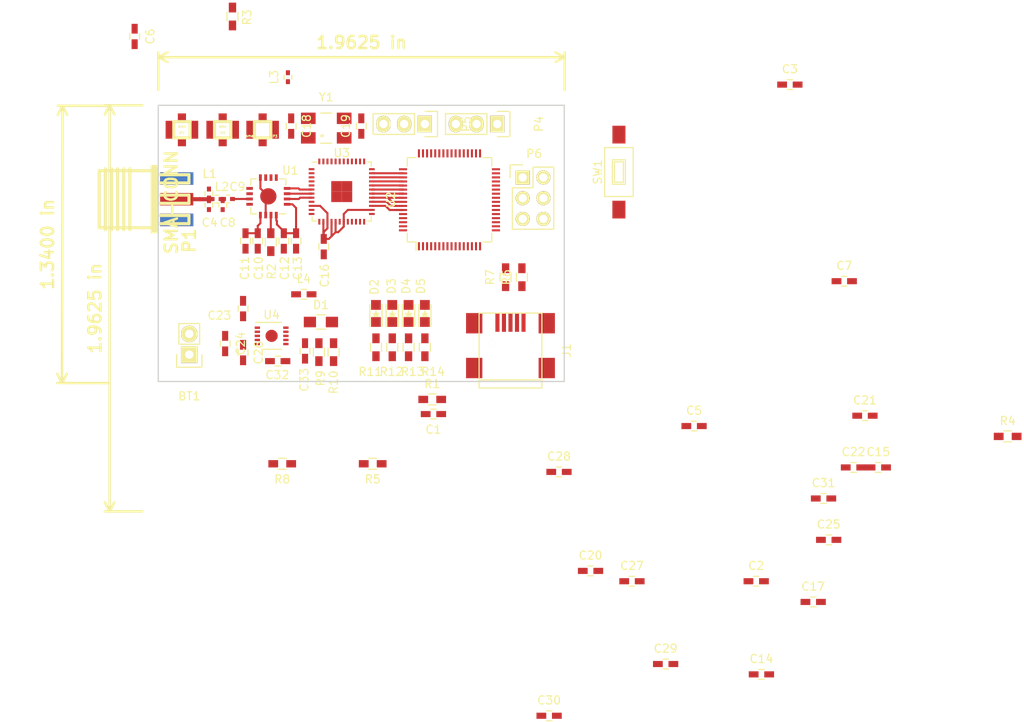
<source format=kicad_pcb>
(kicad_pcb (version 4) (host pcbnew 4.0.6)

  (general
    (links 201)
    (no_connects 158)
    (area 94.670774 67.5945 220.708001 157.3435)
    (thickness 1.6)
    (drawings 11)
    (tracks 89)
    (zones 0)
    (modules 71)
    (nets 52)
  )

  (page A4)
  (layers
    (0 F.Cu signal)
    (1 GND.Cu signal)
    (2 POW.Cu signal)
    (31 B.Cu signal)
    (32 B.Adhes user)
    (33 F.Adhes user)
    (34 B.Paste user)
    (35 F.Paste user)
    (36 B.SilkS user)
    (37 F.SilkS user)
    (38 B.Mask user)
    (39 F.Mask user)
    (40 Dwgs.User user)
    (41 Cmts.User user)
    (42 Eco1.User user)
    (43 Eco2.User user)
    (44 Edge.Cuts user)
    (45 Margin user)
    (46 B.CrtYd user)
    (47 F.CrtYd user)
    (48 B.Fab user)
    (49 F.Fab user hide)
  )

  (setup
    (last_trace_width 0.25)
    (trace_clearance 0.2)
    (zone_clearance 0.508)
    (zone_45_only no)
    (trace_min 0.2)
    (segment_width 0.2)
    (edge_width 0.15)
    (via_size 0.6)
    (via_drill 0.4)
    (via_min_size 0.4)
    (via_min_drill 0.3)
    (uvia_size 0.3)
    (uvia_drill 0.1)
    (uvias_allowed no)
    (uvia_min_size 0.2)
    (uvia_min_drill 0.1)
    (pcb_text_width 0.3)
    (pcb_text_size 1.5 1.5)
    (mod_edge_width 0.15)
    (mod_text_size 1 1)
    (mod_text_width 0.15)
    (pad_size 1.524 1.524)
    (pad_drill 0.762)
    (pad_to_mask_clearance 0.2)
    (aux_axis_origin 158.5 93.8)
    (visible_elements FFFFFF7F)
    (pcbplotparams
      (layerselection 0x00030_80000001)
      (usegerberextensions false)
      (excludeedgelayer true)
      (linewidth 0.100000)
      (plotframeref false)
      (viasonmask false)
      (mode 1)
      (useauxorigin false)
      (hpglpennumber 1)
      (hpglpenspeed 20)
      (hpglpendiameter 15)
      (hpglpenoverlay 2)
      (psnegative false)
      (psa4output false)
      (plotreference true)
      (plotvalue true)
      (plotinvisibletext false)
      (padsonsilk false)
      (subtractmaskfromsilk false)
      (outputformat 1)
      (mirror false)
      (drillshape 1)
      (scaleselection 1)
      (outputdirectory ""))
  )

  (net 0 "")
  (net 1 "Net-(BT1-Pad1)")
  (net 2 GND)
  (net 3 /NRST)
  (net 4 "Net-(C2-Pad1)")
  (net 5 "Net-(C3-Pad1)")
  (net 6 /GIO1)
  (net 7 "Net-(C4-Pad2)")
  (net 8 "Net-(C5-Pad1)")
  (net 9 +3.3VA)
  (net 10 "Net-(C8-Pad2)")
  (net 11 "Net-(C9-Pad1)")
  (net 12 +1V8)
  (net 13 "Net-(C18-Pad2)")
  (net 14 "Net-(C19-Pad2)")
  (net 15 +3V3)
  (net 16 /VBUS)
  (net 17 "Net-(C32-Pad1)")
  (net 18 "Net-(C33-Pad2)")
  (net 19 "Net-(D2-Pad1)")
  (net 20 "Net-(D3-Pad1)")
  (net 21 "Net-(D4-Pad1)")
  (net 22 "Net-(D5-Pad1)")
  (net 23 "Net-(J1-Pad2)")
  (net 24 "Net-(J1-Pad3)")
  (net 25 "Net-(L3-Pad1)")
  (net 26 "Net-(L3-Pad2)")
  (net 27 /ATEST1)
  (net 28 /ATEST2)
  (net 29 "Net-(P4-Pad2)")
  (net 30 "Net-(P4-Pad3)")
  (net 31 "Net-(P5-Pad1)")
  (net 32 "Net-(P5-Pad2)")
  (net 33 "Net-(P6-Pad3)")
  (net 34 "Net-(P6-Pad4)")
  (net 35 "Net-(R2-Pad1)")
  (net 36 /EN)
  (net 37 "Net-(R4-Pad2)")
  (net 38 /BOOT1)
  (net 39 "Net-(R6-Pad2)")
  (net 40 "Net-(R7-Pad2)")
  (net 41 /BOOT0)
  (net 42 "Net-(U1-Pad3)")
  (net 43 /GIO6)
  (net 44 /SO)
  (net 45 /SI)
  (net 46 /SCLK)
  (net 47 /CSn)
  (net 48 /DCLK)
  (net 49 /DIO)
  (net 50 /TX)
  (net 51 /RX)

  (net_class Default 这是默认网络组.
    (clearance 0.2)
    (trace_width 0.25)
    (via_dia 0.6)
    (via_drill 0.4)
    (uvia_dia 0.3)
    (uvia_drill 0.1)
    (add_net +1V8)
    (add_net +3.3VA)
    (add_net +3V3)
    (add_net /ATEST1)
    (add_net /ATEST2)
    (add_net /BOOT0)
    (add_net /BOOT1)
    (add_net /CSn)
    (add_net /DCLK)
    (add_net /DIO)
    (add_net /EN)
    (add_net /GIO1)
    (add_net /GIO6)
    (add_net /NRST)
    (add_net /RX)
    (add_net /SCLK)
    (add_net /SI)
    (add_net /SO)
    (add_net /TX)
    (add_net /VBUS)
    (add_net GND)
    (add_net "Net-(BT1-Pad1)")
    (add_net "Net-(C18-Pad2)")
    (add_net "Net-(C19-Pad2)")
    (add_net "Net-(C2-Pad1)")
    (add_net "Net-(C3-Pad1)")
    (add_net "Net-(C32-Pad1)")
    (add_net "Net-(C33-Pad2)")
    (add_net "Net-(C4-Pad2)")
    (add_net "Net-(C5-Pad1)")
    (add_net "Net-(C8-Pad2)")
    (add_net "Net-(C9-Pad1)")
    (add_net "Net-(D2-Pad1)")
    (add_net "Net-(D3-Pad1)")
    (add_net "Net-(D4-Pad1)")
    (add_net "Net-(D5-Pad1)")
    (add_net "Net-(J1-Pad2)")
    (add_net "Net-(J1-Pad3)")
    (add_net "Net-(L3-Pad1)")
    (add_net "Net-(L3-Pad2)")
    (add_net "Net-(P4-Pad2)")
    (add_net "Net-(P4-Pad3)")
    (add_net "Net-(P5-Pad1)")
    (add_net "Net-(P5-Pad2)")
    (add_net "Net-(P6-Pad3)")
    (add_net "Net-(P6-Pad4)")
    (add_net "Net-(R2-Pad1)")
    (add_net "Net-(R4-Pad2)")
    (add_net "Net-(R6-Pad2)")
    (add_net "Net-(R7-Pad2)")
    (add_net "Net-(U1-Pad3)")
  )

  (module Capacitors_SMD:C_0402 (layer F.Cu) (tedit 5415D599) (tstamp 5902254B)
    (at 130.2 72.75 90)
    (descr "Capacitor SMD 0402, reflow soldering, AVX (see smccp.pdf)")
    (tags "capacitor 0402")
    (path /58FC52C8)
    (attr smd)
    (fp_text reference L3 (at 0 -1.7 90) (layer F.SilkS)
      (effects (font (size 1 1) (thickness 0.15)))
    )
    (fp_text value DNP (at 0 1.7 90) (layer F.Fab)
      (effects (font (size 1 1) (thickness 0.15)))
    )
    (fp_line (start -1.15 -0.6) (end 1.15 -0.6) (layer F.CrtYd) (width 0.05))
    (fp_line (start -1.15 0.6) (end 1.15 0.6) (layer F.CrtYd) (width 0.05))
    (fp_line (start -1.15 -0.6) (end -1.15 0.6) (layer F.CrtYd) (width 0.05))
    (fp_line (start 1.15 -0.6) (end 1.15 0.6) (layer F.CrtYd) (width 0.05))
    (fp_line (start 0.25 -0.475) (end -0.25 -0.475) (layer F.SilkS) (width 0.15))
    (fp_line (start -0.25 0.475) (end 0.25 0.475) (layer F.SilkS) (width 0.15))
    (pad 1 smd rect (at -0.55 0 90) (size 0.6 0.5) (layers F.Cu F.Paste F.Mask)
      (net 25 "Net-(L3-Pad1)"))
    (pad 2 smd rect (at 0.55 0 90) (size 0.6 0.5) (layers F.Cu F.Paste F.Mask)
      (net 26 "Net-(L3-Pad2)"))
    (model Capacitors_SMD.3dshapes/C_0402.wrl
      (at (xyz 0 0 0))
      (scale (xyz 1 1 1))
      (rotate (xyz 0 0 0))
    )
  )

  (module Pin_Headers:Pin_Header_Straight_1x02 (layer F.Cu) (tedit 54EA090C) (tstamp 59022340)
    (at 118.1 106.8 180)
    (descr "Through hole pin header")
    (tags "pin header")
    (path /58FD582C)
    (fp_text reference BT1 (at 0 -5.1 180) (layer F.SilkS)
      (effects (font (size 1 1) (thickness 0.15)))
    )
    (fp_text value Battery_Cell (at 0 -3.1 180) (layer F.Fab)
      (effects (font (size 1 1) (thickness 0.15)))
    )
    (fp_line (start 1.27 1.27) (end 1.27 3.81) (layer F.SilkS) (width 0.15))
    (fp_line (start 1.55 -1.55) (end 1.55 0) (layer F.SilkS) (width 0.15))
    (fp_line (start -1.75 -1.75) (end -1.75 4.3) (layer F.CrtYd) (width 0.05))
    (fp_line (start 1.75 -1.75) (end 1.75 4.3) (layer F.CrtYd) (width 0.05))
    (fp_line (start -1.75 -1.75) (end 1.75 -1.75) (layer F.CrtYd) (width 0.05))
    (fp_line (start -1.75 4.3) (end 1.75 4.3) (layer F.CrtYd) (width 0.05))
    (fp_line (start 1.27 1.27) (end -1.27 1.27) (layer F.SilkS) (width 0.15))
    (fp_line (start -1.55 0) (end -1.55 -1.55) (layer F.SilkS) (width 0.15))
    (fp_line (start -1.55 -1.55) (end 1.55 -1.55) (layer F.SilkS) (width 0.15))
    (fp_line (start -1.27 1.27) (end -1.27 3.81) (layer F.SilkS) (width 0.15))
    (fp_line (start -1.27 3.81) (end 1.27 3.81) (layer F.SilkS) (width 0.15))
    (pad 1 thru_hole rect (at 0 0 180) (size 2.032 2.032) (drill 1.016) (layers *.Cu *.Mask F.SilkS)
      (net 1 "Net-(BT1-Pad1)"))
    (pad 2 thru_hole oval (at 0 2.54 180) (size 2.032 2.032) (drill 1.016) (layers *.Cu *.Mask F.SilkS)
      (net 2 GND))
    (model Pin_Headers.3dshapes/Pin_Header_Straight_1x02.wrl
      (at (xyz 0 -0.05 0))
      (scale (xyz 1 1 1))
      (rotate (xyz 0 0 90))
    )
  )

  (module Capacitors_SMD:C_0603_HandSoldering (layer F.Cu) (tedit 541A9B4D) (tstamp 5902234C)
    (at 148.05 114.1 180)
    (descr "Capacitor SMD 0603, hand soldering")
    (tags "capacitor 0603")
    (path /58FE55EF)
    (attr smd)
    (fp_text reference C1 (at 0 -1.9 180) (layer F.SilkS)
      (effects (font (size 1 1) (thickness 0.15)))
    )
    (fp_text value 100nF (at 0 1.9 180) (layer F.Fab)
      (effects (font (size 1 1) (thickness 0.15)))
    )
    (fp_line (start -1.85 -0.75) (end 1.85 -0.75) (layer F.CrtYd) (width 0.05))
    (fp_line (start -1.85 0.75) (end 1.85 0.75) (layer F.CrtYd) (width 0.05))
    (fp_line (start -1.85 -0.75) (end -1.85 0.75) (layer F.CrtYd) (width 0.05))
    (fp_line (start 1.85 -0.75) (end 1.85 0.75) (layer F.CrtYd) (width 0.05))
    (fp_line (start -0.35 -0.6) (end 0.35 -0.6) (layer F.SilkS) (width 0.15))
    (fp_line (start 0.35 0.6) (end -0.35 0.6) (layer F.SilkS) (width 0.15))
    (pad 1 smd rect (at -0.95 0 180) (size 1.2 0.75) (layers F.Cu F.Paste F.Mask)
      (net 3 /NRST))
    (pad 2 smd rect (at 0.95 0 180) (size 1.2 0.75) (layers F.Cu F.Paste F.Mask)
      (net 2 GND))
    (model Capacitors_SMD.3dshapes/C_0603_HandSoldering.wrl
      (at (xyz 0 0 0))
      (scale (xyz 1 1 1))
      (rotate (xyz 0 0 0))
    )
  )

  (module Capacitors_SMD:C_0603_HandSoldering (layer F.Cu) (tedit 541A9B4D) (tstamp 59022358)
    (at 187.64 134.62)
    (descr "Capacitor SMD 0603, hand soldering")
    (tags "capacitor 0603")
    (path /58FEDD74)
    (attr smd)
    (fp_text reference C2 (at 0 -1.9) (layer F.SilkS)
      (effects (font (size 1 1) (thickness 0.15)))
    )
    (fp_text value 2.2Uf (at 0 1.9) (layer F.Fab)
      (effects (font (size 1 1) (thickness 0.15)))
    )
    (fp_line (start -1.85 -0.75) (end 1.85 -0.75) (layer F.CrtYd) (width 0.05))
    (fp_line (start -1.85 0.75) (end 1.85 0.75) (layer F.CrtYd) (width 0.05))
    (fp_line (start -1.85 -0.75) (end -1.85 0.75) (layer F.CrtYd) (width 0.05))
    (fp_line (start 1.85 -0.75) (end 1.85 0.75) (layer F.CrtYd) (width 0.05))
    (fp_line (start -0.35 -0.6) (end 0.35 -0.6) (layer F.SilkS) (width 0.15))
    (fp_line (start 0.35 0.6) (end -0.35 0.6) (layer F.SilkS) (width 0.15))
    (pad 1 smd rect (at -0.95 0) (size 1.2 0.75) (layers F.Cu F.Paste F.Mask)
      (net 4 "Net-(C2-Pad1)"))
    (pad 2 smd rect (at 0.95 0) (size 1.2 0.75) (layers F.Cu F.Paste F.Mask)
      (net 2 GND))
    (model Capacitors_SMD.3dshapes/C_0603_HandSoldering.wrl
      (at (xyz 0 0 0))
      (scale (xyz 1 1 1))
      (rotate (xyz 0 0 0))
    )
  )

  (module Capacitors_SMD:C_0603_HandSoldering (layer F.Cu) (tedit 541A9B4D) (tstamp 59022364)
    (at 191.77 73.66)
    (descr "Capacitor SMD 0603, hand soldering")
    (tags "capacitor 0603")
    (path /58FEEA08)
    (attr smd)
    (fp_text reference C3 (at 0 -1.9) (layer F.SilkS)
      (effects (font (size 1 1) (thickness 0.15)))
    )
    (fp_text value 10uf (at 0 1.9) (layer F.Fab)
      (effects (font (size 1 1) (thickness 0.15)))
    )
    (fp_line (start -1.85 -0.75) (end 1.85 -0.75) (layer F.CrtYd) (width 0.05))
    (fp_line (start -1.85 0.75) (end 1.85 0.75) (layer F.CrtYd) (width 0.05))
    (fp_line (start -1.85 -0.75) (end -1.85 0.75) (layer F.CrtYd) (width 0.05))
    (fp_line (start 1.85 -0.75) (end 1.85 0.75) (layer F.CrtYd) (width 0.05))
    (fp_line (start -0.35 -0.6) (end 0.35 -0.6) (layer F.SilkS) (width 0.15))
    (fp_line (start 0.35 0.6) (end -0.35 0.6) (layer F.SilkS) (width 0.15))
    (pad 1 smd rect (at -0.95 0) (size 1.2 0.75) (layers F.Cu F.Paste F.Mask)
      (net 5 "Net-(C3-Pad1)"))
    (pad 2 smd rect (at 0.95 0) (size 1.2 0.75) (layers F.Cu F.Paste F.Mask)
      (net 6 /GIO1))
    (model Capacitors_SMD.3dshapes/C_0603_HandSoldering.wrl
      (at (xyz 0 0 0))
      (scale (xyz 1 1 1))
      (rotate (xyz 0 0 0))
    )
  )

  (module Capacitors_SMD:C_0402 (layer F.Cu) (tedit 5415D599) (tstamp 59022370)
    (at 120.5135 88.45 90)
    (descr "Capacitor SMD 0402, reflow soldering, AVX (see smccp.pdf)")
    (tags "capacitor 0402")
    (path /58FB8D7E)
    (attr smd)
    (fp_text reference C4 (at -2.15 0.0865 180) (layer F.SilkS)
      (effects (font (size 1 1) (thickness 0.15)))
    )
    (fp_text value 2p2 (at -1.9265 -0.1905 180) (layer F.Fab)
      (effects (font (size 1 1) (thickness 0.15)))
    )
    (fp_line (start -1.15 -0.6) (end 1.15 -0.6) (layer F.CrtYd) (width 0.05))
    (fp_line (start -1.15 0.6) (end 1.15 0.6) (layer F.CrtYd) (width 0.05))
    (fp_line (start -1.15 -0.6) (end -1.15 0.6) (layer F.CrtYd) (width 0.05))
    (fp_line (start 1.15 -0.6) (end 1.15 0.6) (layer F.CrtYd) (width 0.05))
    (fp_line (start 0.25 -0.475) (end -0.25 -0.475) (layer F.SilkS) (width 0.15))
    (fp_line (start -0.25 0.475) (end 0.25 0.475) (layer F.SilkS) (width 0.15))
    (pad 1 smd rect (at -0.55 0 90) (size 0.6 0.5) (layers F.Cu F.Paste F.Mask)
      (net 2 GND))
    (pad 2 smd rect (at 0.55 0 90) (size 0.6 0.5) (layers F.Cu F.Paste F.Mask)
      (net 7 "Net-(C4-Pad2)"))
    (model Capacitors_SMD.3dshapes/C_0402.wrl
      (at (xyz 0 0 0))
      (scale (xyz 1 1 1))
      (rotate (xyz 0 0 0))
    )
  )

  (module Capacitors_SMD:C_0603_HandSoldering (layer F.Cu) (tedit 541A9B4D) (tstamp 5902237C)
    (at 180.02 115.57)
    (descr "Capacitor SMD 0603, hand soldering")
    (tags "capacitor 0603")
    (path /58FEDE33)
    (attr smd)
    (fp_text reference C5 (at 0 -1.9) (layer F.SilkS)
      (effects (font (size 1 1) (thickness 0.15)))
    )
    (fp_text value 2.2uf (at 0 1.9) (layer F.Fab)
      (effects (font (size 1 1) (thickness 0.15)))
    )
    (fp_line (start -1.85 -0.75) (end 1.85 -0.75) (layer F.CrtYd) (width 0.05))
    (fp_line (start -1.85 0.75) (end 1.85 0.75) (layer F.CrtYd) (width 0.05))
    (fp_line (start -1.85 -0.75) (end -1.85 0.75) (layer F.CrtYd) (width 0.05))
    (fp_line (start 1.85 -0.75) (end 1.85 0.75) (layer F.CrtYd) (width 0.05))
    (fp_line (start -0.35 -0.6) (end 0.35 -0.6) (layer F.SilkS) (width 0.15))
    (fp_line (start 0.35 0.6) (end -0.35 0.6) (layer F.SilkS) (width 0.15))
    (pad 1 smd rect (at -0.95 0) (size 1.2 0.75) (layers F.Cu F.Paste F.Mask)
      (net 8 "Net-(C5-Pad1)"))
    (pad 2 smd rect (at 0.95 0) (size 1.2 0.75) (layers F.Cu F.Paste F.Mask)
      (net 2 GND))
    (model Capacitors_SMD.3dshapes/C_0603_HandSoldering.wrl
      (at (xyz 0 0 0))
      (scale (xyz 1 1 1))
      (rotate (xyz 0 0 0))
    )
  )

  (module Capacitors_SMD:C_0603_HandSoldering (layer F.Cu) (tedit 541A9B4D) (tstamp 59022388)
    (at 111.4 67.75 270)
    (descr "Capacitor SMD 0603, hand soldering")
    (tags "capacitor 0603")
    (path /58FB7F7D)
    (attr smd)
    (fp_text reference C6 (at 0 -1.9 270) (layer F.SilkS)
      (effects (font (size 1 1) (thickness 0.15)))
    )
    (fp_text value 1nF (at 0 1.9 270) (layer F.Fab)
      (effects (font (size 1 1) (thickness 0.15)))
    )
    (fp_line (start -1.85 -0.75) (end 1.85 -0.75) (layer F.CrtYd) (width 0.05))
    (fp_line (start -1.85 0.75) (end 1.85 0.75) (layer F.CrtYd) (width 0.05))
    (fp_line (start -1.85 -0.75) (end -1.85 0.75) (layer F.CrtYd) (width 0.05))
    (fp_line (start 1.85 -0.75) (end 1.85 0.75) (layer F.CrtYd) (width 0.05))
    (fp_line (start -0.35 -0.6) (end 0.35 -0.6) (layer F.SilkS) (width 0.15))
    (fp_line (start 0.35 0.6) (end -0.35 0.6) (layer F.SilkS) (width 0.15))
    (pad 1 smd rect (at -0.95 0 270) (size 1.2 0.75) (layers F.Cu F.Paste F.Mask)
      (net 2 GND))
    (pad 2 smd rect (at 0.95 0 270) (size 1.2 0.75) (layers F.Cu F.Paste F.Mask)
      (net 9 +3.3VA))
    (model Capacitors_SMD.3dshapes/C_0603_HandSoldering.wrl
      (at (xyz 0 0 0))
      (scale (xyz 1 1 1))
      (rotate (xyz 0 0 0))
    )
  )

  (module Capacitors_SMD:C_0603_HandSoldering (layer F.Cu) (tedit 541A9B4D) (tstamp 59022394)
    (at 198.44 97.79)
    (descr "Capacitor SMD 0603, hand soldering")
    (tags "capacitor 0603")
    (path /58FB7CFB)
    (attr smd)
    (fp_text reference C7 (at 0 -1.9) (layer F.SilkS)
      (effects (font (size 1 1) (thickness 0.15)))
    )
    (fp_text value 18nF (at 0 1.9) (layer F.Fab)
      (effects (font (size 1 1) (thickness 0.15)))
    )
    (fp_line (start -1.85 -0.75) (end 1.85 -0.75) (layer F.CrtYd) (width 0.05))
    (fp_line (start -1.85 0.75) (end 1.85 0.75) (layer F.CrtYd) (width 0.05))
    (fp_line (start -1.85 -0.75) (end -1.85 0.75) (layer F.CrtYd) (width 0.05))
    (fp_line (start 1.85 -0.75) (end 1.85 0.75) (layer F.CrtYd) (width 0.05))
    (fp_line (start -0.35 -0.6) (end 0.35 -0.6) (layer F.SilkS) (width 0.15))
    (fp_line (start 0.35 0.6) (end -0.35 0.6) (layer F.SilkS) (width 0.15))
    (pad 1 smd rect (at -0.95 0) (size 1.2 0.75) (layers F.Cu F.Paste F.Mask)
      (net 2 GND))
    (pad 2 smd rect (at 0.95 0) (size 1.2 0.75) (layers F.Cu F.Paste F.Mask)
      (net 9 +3.3VA))
    (model Capacitors_SMD.3dshapes/C_0603_HandSoldering.wrl
      (at (xyz 0 0 0))
      (scale (xyz 1 1 1))
      (rotate (xyz 0 0 0))
    )
  )

  (module Capacitors_SMD:C_0402 (layer F.Cu) (tedit 5415D599) (tstamp 590223A0)
    (at 122.2 88.45 90)
    (descr "Capacitor SMD 0402, reflow soldering, AVX (see smccp.pdf)")
    (tags "capacitor 0402")
    (path /58FB8949)
    (attr smd)
    (fp_text reference C8 (at -2.15 0.6 180) (layer F.SilkS)
      (effects (font (size 1 1) (thickness 0.15)))
    )
    (fp_text value 1pF (at -2.35 0.7 180) (layer F.Fab)
      (effects (font (size 1 1) (thickness 0.15)))
    )
    (fp_line (start -1.15 -0.6) (end 1.15 -0.6) (layer F.CrtYd) (width 0.05))
    (fp_line (start -1.15 0.6) (end 1.15 0.6) (layer F.CrtYd) (width 0.05))
    (fp_line (start -1.15 -0.6) (end -1.15 0.6) (layer F.CrtYd) (width 0.05))
    (fp_line (start 1.15 -0.6) (end 1.15 0.6) (layer F.CrtYd) (width 0.05))
    (fp_line (start 0.25 -0.475) (end -0.25 -0.475) (layer F.SilkS) (width 0.15))
    (fp_line (start -0.25 0.475) (end 0.25 0.475) (layer F.SilkS) (width 0.15))
    (pad 1 smd rect (at -0.55 0 90) (size 0.6 0.5) (layers F.Cu F.Paste F.Mask)
      (net 2 GND))
    (pad 2 smd rect (at 0.55 0 90) (size 0.6 0.5) (layers F.Cu F.Paste F.Mask)
      (net 10 "Net-(C8-Pad2)"))
    (model Capacitors_SMD.3dshapes/C_0402.wrl
      (at (xyz 0 0 0))
      (scale (xyz 1 1 1))
      (rotate (xyz 0 0 0))
    )
  )

  (module Capacitors_SMD:C_0402 (layer F.Cu) (tedit 5415D599) (tstamp 590223AC)
    (at 122.85 87.7 180)
    (descr "Capacitor SMD 0402, reflow soldering, AVX (see smccp.pdf)")
    (tags "capacitor 0402")
    (path /58FB8306)
    (attr smd)
    (fp_text reference C9 (at -1.15 1.5 180) (layer F.SilkS)
      (effects (font (size 1 1) (thickness 0.15)))
    )
    (fp_text value 6p8 (at 0 1.7 180) (layer F.Fab)
      (effects (font (size 1 1) (thickness 0.15)))
    )
    (fp_line (start -1.15 -0.6) (end 1.15 -0.6) (layer F.CrtYd) (width 0.05))
    (fp_line (start -1.15 0.6) (end 1.15 0.6) (layer F.CrtYd) (width 0.05))
    (fp_line (start -1.15 -0.6) (end -1.15 0.6) (layer F.CrtYd) (width 0.05))
    (fp_line (start 1.15 -0.6) (end 1.15 0.6) (layer F.CrtYd) (width 0.05))
    (fp_line (start 0.25 -0.475) (end -0.25 -0.475) (layer F.SilkS) (width 0.15))
    (fp_line (start -0.25 0.475) (end 0.25 0.475) (layer F.SilkS) (width 0.15))
    (pad 1 smd rect (at -0.55 0 180) (size 0.6 0.5) (layers F.Cu F.Paste F.Mask)
      (net 11 "Net-(C9-Pad1)"))
    (pad 2 smd rect (at 0.55 0 180) (size 0.6 0.5) (layers F.Cu F.Paste F.Mask)
      (net 10 "Net-(C8-Pad2)"))
    (model Capacitors_SMD.3dshapes/C_0402.wrl
      (at (xyz 0 0 0))
      (scale (xyz 1 1 1))
      (rotate (xyz 0 0 0))
    )
  )

  (module Capacitors_SMD:C_0603_HandSoldering (layer F.Cu) (tedit 541A9B4D) (tstamp 590223B8)
    (at 126.5 92.85 270)
    (descr "Capacitor SMD 0603, hand soldering")
    (tags "capacitor 0603")
    (path /58FB9B2C)
    (attr smd)
    (fp_text reference C10 (at 3.35 -0.1 270) (layer F.SilkS)
      (effects (font (size 1 1) (thickness 0.15)))
    )
    (fp_text value 1nF (at 0 1.9 270) (layer F.Fab)
      (effects (font (size 1 1) (thickness 0.15)))
    )
    (fp_line (start -1.85 -0.75) (end 1.85 -0.75) (layer F.CrtYd) (width 0.05))
    (fp_line (start -1.85 0.75) (end 1.85 0.75) (layer F.CrtYd) (width 0.05))
    (fp_line (start -1.85 -0.75) (end -1.85 0.75) (layer F.CrtYd) (width 0.05))
    (fp_line (start 1.85 -0.75) (end 1.85 0.75) (layer F.CrtYd) (width 0.05))
    (fp_line (start -0.35 -0.6) (end 0.35 -0.6) (layer F.SilkS) (width 0.15))
    (fp_line (start 0.35 0.6) (end -0.35 0.6) (layer F.SilkS) (width 0.15))
    (pad 1 smd rect (at -0.95 0 270) (size 1.2 0.75) (layers F.Cu F.Paste F.Mask)
      (net 9 +3.3VA))
    (pad 2 smd rect (at 0.95 0 270) (size 1.2 0.75) (layers F.Cu F.Paste F.Mask)
      (net 2 GND))
    (model Capacitors_SMD.3dshapes/C_0603_HandSoldering.wrl
      (at (xyz 0 0 0))
      (scale (xyz 1 1 1))
      (rotate (xyz 0 0 0))
    )
  )

  (module Capacitors_SMD:C_0603_HandSoldering (layer F.Cu) (tedit 541A9B4D) (tstamp 590223C4)
    (at 125 92.85 270)
    (descr "Capacitor SMD 0603, hand soldering")
    (tags "capacitor 0603")
    (path /58FB9BC5)
    (attr smd)
    (fp_text reference C11 (at 3.35 0.1 270) (layer F.SilkS)
      (effects (font (size 1 1) (thickness 0.15)))
    )
    (fp_text value 10pF (at 0 1.9 270) (layer F.Fab)
      (effects (font (size 1 1) (thickness 0.15)))
    )
    (fp_line (start -1.85 -0.75) (end 1.85 -0.75) (layer F.CrtYd) (width 0.05))
    (fp_line (start -1.85 0.75) (end 1.85 0.75) (layer F.CrtYd) (width 0.05))
    (fp_line (start -1.85 -0.75) (end -1.85 0.75) (layer F.CrtYd) (width 0.05))
    (fp_line (start 1.85 -0.75) (end 1.85 0.75) (layer F.CrtYd) (width 0.05))
    (fp_line (start -0.35 -0.6) (end 0.35 -0.6) (layer F.SilkS) (width 0.15))
    (fp_line (start 0.35 0.6) (end -0.35 0.6) (layer F.SilkS) (width 0.15))
    (pad 1 smd rect (at -0.95 0 270) (size 1.2 0.75) (layers F.Cu F.Paste F.Mask)
      (net 9 +3.3VA))
    (pad 2 smd rect (at 0.95 0 270) (size 1.2 0.75) (layers F.Cu F.Paste F.Mask)
      (net 2 GND))
    (model Capacitors_SMD.3dshapes/C_0603_HandSoldering.wrl
      (at (xyz 0 0 0))
      (scale (xyz 1 1 1))
      (rotate (xyz 0 0 0))
    )
  )

  (module Capacitors_SMD:C_0603_HandSoldering (layer F.Cu) (tedit 541A9B4D) (tstamp 590223D0)
    (at 129.7 92.85 270)
    (descr "Capacitor SMD 0603, hand soldering")
    (tags "capacitor 0603")
    (path /58FB9C06)
    (attr smd)
    (fp_text reference C12 (at 3.35 -0.1 270) (layer F.SilkS)
      (effects (font (size 1 1) (thickness 0.15)))
    )
    (fp_text value 1nF (at 0 1.9 270) (layer F.Fab)
      (effects (font (size 1 1) (thickness 0.15)))
    )
    (fp_line (start -1.85 -0.75) (end 1.85 -0.75) (layer F.CrtYd) (width 0.05))
    (fp_line (start -1.85 0.75) (end 1.85 0.75) (layer F.CrtYd) (width 0.05))
    (fp_line (start -1.85 -0.75) (end -1.85 0.75) (layer F.CrtYd) (width 0.05))
    (fp_line (start 1.85 -0.75) (end 1.85 0.75) (layer F.CrtYd) (width 0.05))
    (fp_line (start -0.35 -0.6) (end 0.35 -0.6) (layer F.SilkS) (width 0.15))
    (fp_line (start 0.35 0.6) (end -0.35 0.6) (layer F.SilkS) (width 0.15))
    (pad 1 smd rect (at -0.95 0 270) (size 1.2 0.75) (layers F.Cu F.Paste F.Mask)
      (net 9 +3.3VA))
    (pad 2 smd rect (at 0.95 0 270) (size 1.2 0.75) (layers F.Cu F.Paste F.Mask)
      (net 2 GND))
    (model Capacitors_SMD.3dshapes/C_0603_HandSoldering.wrl
      (at (xyz 0 0 0))
      (scale (xyz 1 1 1))
      (rotate (xyz 0 0 0))
    )
  )

  (module Capacitors_SMD:C_0603_HandSoldering (layer F.Cu) (tedit 541A9B4D) (tstamp 590223DC)
    (at 131.2 92.85 270)
    (descr "Capacitor SMD 0603, hand soldering")
    (tags "capacitor 0603")
    (path /58FBA545)
    (attr smd)
    (fp_text reference C13 (at 3.35 -0.2 270) (layer F.SilkS)
      (effects (font (size 1 1) (thickness 0.15)))
    )
    (fp_text value 1nF (at 0 1.9 270) (layer F.Fab)
      (effects (font (size 1 1) (thickness 0.15)))
    )
    (fp_line (start -1.85 -0.75) (end 1.85 -0.75) (layer F.CrtYd) (width 0.05))
    (fp_line (start -1.85 0.75) (end 1.85 0.75) (layer F.CrtYd) (width 0.05))
    (fp_line (start -1.85 -0.75) (end -1.85 0.75) (layer F.CrtYd) (width 0.05))
    (fp_line (start 1.85 -0.75) (end 1.85 0.75) (layer F.CrtYd) (width 0.05))
    (fp_line (start -0.35 -0.6) (end 0.35 -0.6) (layer F.SilkS) (width 0.15))
    (fp_line (start 0.35 0.6) (end -0.35 0.6) (layer F.SilkS) (width 0.15))
    (pad 1 smd rect (at -0.95 0 270) (size 1.2 0.75) (layers F.Cu F.Paste F.Mask)
      (net 9 +3.3VA))
    (pad 2 smd rect (at 0.95 0 270) (size 1.2 0.75) (layers F.Cu F.Paste F.Mask)
      (net 2 GND))
    (model Capacitors_SMD.3dshapes/C_0603_HandSoldering.wrl
      (at (xyz 0 0 0))
      (scale (xyz 1 1 1))
      (rotate (xyz 0 0 0))
    )
  )

  (module Capacitors_SMD:C_0603_HandSoldering (layer F.Cu) (tedit 541A9B4D) (tstamp 590223E8)
    (at 188.28 146.05)
    (descr "Capacitor SMD 0603, hand soldering")
    (tags "capacitor 0603")
    (path /58FC5FCF)
    (attr smd)
    (fp_text reference C14 (at 0 -1.9) (layer F.SilkS)
      (effects (font (size 1 1) (thickness 0.15)))
    )
    (fp_text value 68p (at 0 1.9) (layer F.Fab)
      (effects (font (size 1 1) (thickness 0.15)))
    )
    (fp_line (start -1.85 -0.75) (end 1.85 -0.75) (layer F.CrtYd) (width 0.05))
    (fp_line (start -1.85 0.75) (end 1.85 0.75) (layer F.CrtYd) (width 0.05))
    (fp_line (start -1.85 -0.75) (end -1.85 0.75) (layer F.CrtYd) (width 0.05))
    (fp_line (start 1.85 -0.75) (end 1.85 0.75) (layer F.CrtYd) (width 0.05))
    (fp_line (start -0.35 -0.6) (end 0.35 -0.6) (layer F.SilkS) (width 0.15))
    (fp_line (start 0.35 0.6) (end -0.35 0.6) (layer F.SilkS) (width 0.15))
    (pad 1 smd rect (at -0.95 0) (size 1.2 0.75) (layers F.Cu F.Paste F.Mask)
      (net 12 +1V8))
    (pad 2 smd rect (at 0.95 0) (size 1.2 0.75) (layers F.Cu F.Paste F.Mask)
      (net 2 GND))
    (model Capacitors_SMD.3dshapes/C_0603_HandSoldering.wrl
      (at (xyz 0 0 0))
      (scale (xyz 1 1 1))
      (rotate (xyz 0 0 0))
    )
  )

  (module Capacitors_SMD:C_0603_HandSoldering (layer F.Cu) (tedit 541A9B4D) (tstamp 590223F4)
    (at 202.616666 120.65)
    (descr "Capacitor SMD 0603, hand soldering")
    (tags "capacitor 0603")
    (path /58FC619A)
    (attr smd)
    (fp_text reference C15 (at 0 -1.9) (layer F.SilkS)
      (effects (font (size 1 1) (thickness 0.15)))
    )
    (fp_text value 100nF (at 0 1.9) (layer F.Fab)
      (effects (font (size 1 1) (thickness 0.15)))
    )
    (fp_line (start -1.85 -0.75) (end 1.85 -0.75) (layer F.CrtYd) (width 0.05))
    (fp_line (start -1.85 0.75) (end 1.85 0.75) (layer F.CrtYd) (width 0.05))
    (fp_line (start -1.85 -0.75) (end -1.85 0.75) (layer F.CrtYd) (width 0.05))
    (fp_line (start 1.85 -0.75) (end 1.85 0.75) (layer F.CrtYd) (width 0.05))
    (fp_line (start -0.35 -0.6) (end 0.35 -0.6) (layer F.SilkS) (width 0.15))
    (fp_line (start 0.35 0.6) (end -0.35 0.6) (layer F.SilkS) (width 0.15))
    (pad 1 smd rect (at -0.95 0) (size 1.2 0.75) (layers F.Cu F.Paste F.Mask)
      (net 12 +1V8))
    (pad 2 smd rect (at 0.95 0) (size 1.2 0.75) (layers F.Cu F.Paste F.Mask)
      (net 2 GND))
    (model Capacitors_SMD.3dshapes/C_0603_HandSoldering.wrl
      (at (xyz 0 0 0))
      (scale (xyz 1 1 1))
      (rotate (xyz 0 0 0))
    )
  )

  (module Capacitors_SMD:C_0603_HandSoldering (layer F.Cu) (tedit 541A9B4D) (tstamp 59022400)
    (at 134.6 93.55 270)
    (descr "Capacitor SMD 0603, hand soldering")
    (tags "capacitor 0603")
    (path /58FC9E62)
    (attr smd)
    (fp_text reference C16 (at 3.55 -0.1 270) (layer F.SilkS)
      (effects (font (size 1 1) (thickness 0.15)))
    )
    (fp_text value 10nF (at 0 1.9 270) (layer F.Fab)
      (effects (font (size 1 1) (thickness 0.15)))
    )
    (fp_line (start -1.85 -0.75) (end 1.85 -0.75) (layer F.CrtYd) (width 0.05))
    (fp_line (start -1.85 0.75) (end 1.85 0.75) (layer F.CrtYd) (width 0.05))
    (fp_line (start -1.85 -0.75) (end -1.85 0.75) (layer F.CrtYd) (width 0.05))
    (fp_line (start 1.85 -0.75) (end 1.85 0.75) (layer F.CrtYd) (width 0.05))
    (fp_line (start -0.35 -0.6) (end 0.35 -0.6) (layer F.SilkS) (width 0.15))
    (fp_line (start 0.35 0.6) (end -0.35 0.6) (layer F.SilkS) (width 0.15))
    (pad 1 smd rect (at -0.95 0 270) (size 1.2 0.75) (layers F.Cu F.Paste F.Mask)
      (net 12 +1V8))
    (pad 2 smd rect (at 0.95 0 270) (size 1.2 0.75) (layers F.Cu F.Paste F.Mask)
      (net 2 GND))
    (model Capacitors_SMD.3dshapes/C_0603_HandSoldering.wrl
      (at (xyz 0 0 0))
      (scale (xyz 1 1 1))
      (rotate (xyz 0 0 0))
    )
  )

  (module Capacitors_SMD:C_0603_HandSoldering (layer F.Cu) (tedit 541A9B4D) (tstamp 5902240C)
    (at 194.63 137.16)
    (descr "Capacitor SMD 0603, hand soldering")
    (tags "capacitor 0603")
    (path /58FC9BCA)
    (attr smd)
    (fp_text reference C17 (at 0 -1.9) (layer F.SilkS)
      (effects (font (size 1 1) (thickness 0.15)))
    )
    (fp_text value 68pF (at 0 1.9) (layer F.Fab)
      (effects (font (size 1 1) (thickness 0.15)))
    )
    (fp_line (start -1.85 -0.75) (end 1.85 -0.75) (layer F.CrtYd) (width 0.05))
    (fp_line (start -1.85 0.75) (end 1.85 0.75) (layer F.CrtYd) (width 0.05))
    (fp_line (start -1.85 -0.75) (end -1.85 0.75) (layer F.CrtYd) (width 0.05))
    (fp_line (start 1.85 -0.75) (end 1.85 0.75) (layer F.CrtYd) (width 0.05))
    (fp_line (start -0.35 -0.6) (end 0.35 -0.6) (layer F.SilkS) (width 0.15))
    (fp_line (start 0.35 0.6) (end -0.35 0.6) (layer F.SilkS) (width 0.15))
    (pad 1 smd rect (at -0.95 0) (size 1.2 0.75) (layers F.Cu F.Paste F.Mask)
      (net 12 +1V8))
    (pad 2 smd rect (at 0.95 0) (size 1.2 0.75) (layers F.Cu F.Paste F.Mask)
      (net 2 GND))
    (model Capacitors_SMD.3dshapes/C_0603_HandSoldering.wrl
      (at (xyz 0 0 0))
      (scale (xyz 1 1 1))
      (rotate (xyz 0 0 0))
    )
  )

  (module Capacitors_SMD:C_0603_HandSoldering (layer F.Cu) (tedit 541A9B4D) (tstamp 59022418)
    (at 130.6 78.75 270)
    (descr "Capacitor SMD 0603, hand soldering")
    (tags "capacitor 0603")
    (path /58FC8547)
    (attr smd)
    (fp_text reference C18 (at 0 -1.9 270) (layer F.SilkS)
      (effects (font (size 1 1) (thickness 0.15)))
    )
    (fp_text value 27pF (at 0 1.9 270) (layer F.Fab)
      (effects (font (size 1 1) (thickness 0.15)))
    )
    (fp_line (start -1.85 -0.75) (end 1.85 -0.75) (layer F.CrtYd) (width 0.05))
    (fp_line (start -1.85 0.75) (end 1.85 0.75) (layer F.CrtYd) (width 0.05))
    (fp_line (start -1.85 -0.75) (end -1.85 0.75) (layer F.CrtYd) (width 0.05))
    (fp_line (start 1.85 -0.75) (end 1.85 0.75) (layer F.CrtYd) (width 0.05))
    (fp_line (start -0.35 -0.6) (end 0.35 -0.6) (layer F.SilkS) (width 0.15))
    (fp_line (start 0.35 0.6) (end -0.35 0.6) (layer F.SilkS) (width 0.15))
    (pad 1 smd rect (at -0.95 0 270) (size 1.2 0.75) (layers F.Cu F.Paste F.Mask)
      (net 2 GND))
    (pad 2 smd rect (at 0.95 0 270) (size 1.2 0.75) (layers F.Cu F.Paste F.Mask)
      (net 13 "Net-(C18-Pad2)"))
    (model Capacitors_SMD.3dshapes/C_0603_HandSoldering.wrl
      (at (xyz 0 0 0))
      (scale (xyz 1 1 1))
      (rotate (xyz 0 0 0))
    )
  )

  (module Capacitors_SMD:C_0603_HandSoldering (layer F.Cu) (tedit 541A9B4D) (tstamp 59022424)
    (at 139.2 78.75 90)
    (descr "Capacitor SMD 0603, hand soldering")
    (tags "capacitor 0603")
    (path /58FC8686)
    (attr smd)
    (fp_text reference C19 (at 0 -1.9 90) (layer F.SilkS)
      (effects (font (size 1 1) (thickness 0.15)))
    )
    (fp_text value 27pF (at 0 1.9 90) (layer F.Fab)
      (effects (font (size 1 1) (thickness 0.15)))
    )
    (fp_line (start -1.85 -0.75) (end 1.85 -0.75) (layer F.CrtYd) (width 0.05))
    (fp_line (start -1.85 0.75) (end 1.85 0.75) (layer F.CrtYd) (width 0.05))
    (fp_line (start -1.85 -0.75) (end -1.85 0.75) (layer F.CrtYd) (width 0.05))
    (fp_line (start 1.85 -0.75) (end 1.85 0.75) (layer F.CrtYd) (width 0.05))
    (fp_line (start -0.35 -0.6) (end 0.35 -0.6) (layer F.SilkS) (width 0.15))
    (fp_line (start 0.35 0.6) (end -0.35 0.6) (layer F.SilkS) (width 0.15))
    (pad 1 smd rect (at -0.95 0 90) (size 1.2 0.75) (layers F.Cu F.Paste F.Mask)
      (net 2 GND))
    (pad 2 smd rect (at 0.95 0 90) (size 1.2 0.75) (layers F.Cu F.Paste F.Mask)
      (net 14 "Net-(C19-Pad2)"))
    (model Capacitors_SMD.3dshapes/C_0603_HandSoldering.wrl
      (at (xyz 0 0 0))
      (scale (xyz 1 1 1))
      (rotate (xyz 0 0 0))
    )
  )

  (module Capacitors_SMD:C_0603_HandSoldering (layer F.Cu) (tedit 541A9B4D) (tstamp 59022430)
    (at 167.32 133.35)
    (descr "Capacitor SMD 0603, hand soldering")
    (tags "capacitor 0603")
    (path /58FC90D8)
    (attr smd)
    (fp_text reference C20 (at 0 -1.9) (layer F.SilkS)
      (effects (font (size 1 1) (thickness 0.15)))
    )
    (fp_text value 68pF (at 0 1.9) (layer F.Fab)
      (effects (font (size 1 1) (thickness 0.15)))
    )
    (fp_line (start -1.85 -0.75) (end 1.85 -0.75) (layer F.CrtYd) (width 0.05))
    (fp_line (start -1.85 0.75) (end 1.85 0.75) (layer F.CrtYd) (width 0.05))
    (fp_line (start -1.85 -0.75) (end -1.85 0.75) (layer F.CrtYd) (width 0.05))
    (fp_line (start 1.85 -0.75) (end 1.85 0.75) (layer F.CrtYd) (width 0.05))
    (fp_line (start -0.35 -0.6) (end 0.35 -0.6) (layer F.SilkS) (width 0.15))
    (fp_line (start 0.35 0.6) (end -0.35 0.6) (layer F.SilkS) (width 0.15))
    (pad 1 smd rect (at -0.95 0) (size 1.2 0.75) (layers F.Cu F.Paste F.Mask)
      (net 2 GND))
    (pad 2 smd rect (at 0.95 0) (size 1.2 0.75) (layers F.Cu F.Paste F.Mask)
      (net 12 +1V8))
    (model Capacitors_SMD.3dshapes/C_0603_HandSoldering.wrl
      (at (xyz 0 0 0))
      (scale (xyz 1 1 1))
      (rotate (xyz 0 0 0))
    )
  )

  (module Capacitors_SMD:C_0603_HandSoldering (layer F.Cu) (tedit 541A9B4D) (tstamp 5902243C)
    (at 200.98 114.3)
    (descr "Capacitor SMD 0603, hand soldering")
    (tags "capacitor 0603")
    (path /58FCE3B4)
    (attr smd)
    (fp_text reference C21 (at 0 -1.9) (layer F.SilkS)
      (effects (font (size 1 1) (thickness 0.15)))
    )
    (fp_text value 100nF (at 0 1.9) (layer F.Fab)
      (effects (font (size 1 1) (thickness 0.15)))
    )
    (fp_line (start -1.85 -0.75) (end 1.85 -0.75) (layer F.CrtYd) (width 0.05))
    (fp_line (start -1.85 0.75) (end 1.85 0.75) (layer F.CrtYd) (width 0.05))
    (fp_line (start -1.85 -0.75) (end -1.85 0.75) (layer F.CrtYd) (width 0.05))
    (fp_line (start 1.85 -0.75) (end 1.85 0.75) (layer F.CrtYd) (width 0.05))
    (fp_line (start -0.35 -0.6) (end 0.35 -0.6) (layer F.SilkS) (width 0.15))
    (fp_line (start 0.35 0.6) (end -0.35 0.6) (layer F.SilkS) (width 0.15))
    (pad 1 smd rect (at -0.95 0) (size 1.2 0.75) (layers F.Cu F.Paste F.Mask)
      (net 12 +1V8))
    (pad 2 smd rect (at 0.95 0) (size 1.2 0.75) (layers F.Cu F.Paste F.Mask)
      (net 2 GND))
    (model Capacitors_SMD.3dshapes/C_0603_HandSoldering.wrl
      (at (xyz 0 0 0))
      (scale (xyz 1 1 1))
      (rotate (xyz 0 0 0))
    )
  )

  (module Capacitors_SMD:C_0603_HandSoldering (layer F.Cu) (tedit 541A9B4D) (tstamp 59022448)
    (at 199.573333 120.65)
    (descr "Capacitor SMD 0603, hand soldering")
    (tags "capacitor 0603")
    (path /58FF6392)
    (attr smd)
    (fp_text reference C22 (at 0 -1.9) (layer F.SilkS)
      (effects (font (size 1 1) (thickness 0.15)))
    )
    (fp_text value 4.7uF (at 0 1.9) (layer F.Fab)
      (effects (font (size 1 1) (thickness 0.15)))
    )
    (fp_line (start -1.85 -0.75) (end 1.85 -0.75) (layer F.CrtYd) (width 0.05))
    (fp_line (start -1.85 0.75) (end 1.85 0.75) (layer F.CrtYd) (width 0.05))
    (fp_line (start -1.85 -0.75) (end -1.85 0.75) (layer F.CrtYd) (width 0.05))
    (fp_line (start 1.85 -0.75) (end 1.85 0.75) (layer F.CrtYd) (width 0.05))
    (fp_line (start -0.35 -0.6) (end 0.35 -0.6) (layer F.SilkS) (width 0.15))
    (fp_line (start 0.35 0.6) (end -0.35 0.6) (layer F.SilkS) (width 0.15))
    (pad 1 smd rect (at -0.95 0) (size 1.2 0.75) (layers F.Cu F.Paste F.Mask)
      (net 15 +3V3))
    (pad 2 smd rect (at 0.95 0) (size 1.2 0.75) (layers F.Cu F.Paste F.Mask)
      (net 2 GND))
    (model Capacitors_SMD.3dshapes/C_0603_HandSoldering.wrl
      (at (xyz 0 0 0))
      (scale (xyz 1 1 1))
      (rotate (xyz 0 0 0))
    )
  )

  (module Capacitors_SMD:C_0603_HandSoldering (layer F.Cu) (tedit 541A9B4D) (tstamp 59022454)
    (at 124.7 101.15 90)
    (descr "Capacitor SMD 0603, hand soldering")
    (tags "capacitor 0603")
    (path /58FDA974)
    (attr smd)
    (fp_text reference C23 (at -0.85 -2.9 180) (layer F.SilkS)
      (effects (font (size 1 1) (thickness 0.15)))
    )
    (fp_text value 1uF (at 0 1.9 90) (layer F.Fab)
      (effects (font (size 1 1) (thickness 0.15)))
    )
    (fp_line (start -1.85 -0.75) (end 1.85 -0.75) (layer F.CrtYd) (width 0.05))
    (fp_line (start -1.85 0.75) (end 1.85 0.75) (layer F.CrtYd) (width 0.05))
    (fp_line (start -1.85 -0.75) (end -1.85 0.75) (layer F.CrtYd) (width 0.05))
    (fp_line (start 1.85 -0.75) (end 1.85 0.75) (layer F.CrtYd) (width 0.05))
    (fp_line (start -0.35 -0.6) (end 0.35 -0.6) (layer F.SilkS) (width 0.15))
    (fp_line (start 0.35 0.6) (end -0.35 0.6) (layer F.SilkS) (width 0.15))
    (pad 1 smd rect (at -0.95 0 90) (size 1.2 0.75) (layers F.Cu F.Paste F.Mask)
      (net 16 /VBUS))
    (pad 2 smd rect (at 0.95 0 90) (size 1.2 0.75) (layers F.Cu F.Paste F.Mask)
      (net 2 GND))
    (model Capacitors_SMD.3dshapes/C_0603_HandSoldering.wrl
      (at (xyz 0 0 0))
      (scale (xyz 1 1 1))
      (rotate (xyz 0 0 0))
    )
  )

  (module Capacitors_SMD:C_0603_HandSoldering (layer F.Cu) (tedit 541A9B4D) (tstamp 59022460)
    (at 122.5 105.45 270)
    (descr "Capacitor SMD 0603, hand soldering")
    (tags "capacitor 0603")
    (path /58FDA817)
    (attr smd)
    (fp_text reference C24 (at 0 -1.9 270) (layer F.SilkS)
      (effects (font (size 1 1) (thickness 0.15)))
    )
    (fp_text value 2.2uF (at 0 1.9 270) (layer F.Fab)
      (effects (font (size 1 1) (thickness 0.15)))
    )
    (fp_line (start -1.85 -0.75) (end 1.85 -0.75) (layer F.CrtYd) (width 0.05))
    (fp_line (start -1.85 0.75) (end 1.85 0.75) (layer F.CrtYd) (width 0.05))
    (fp_line (start -1.85 -0.75) (end -1.85 0.75) (layer F.CrtYd) (width 0.05))
    (fp_line (start 1.85 -0.75) (end 1.85 0.75) (layer F.CrtYd) (width 0.05))
    (fp_line (start -0.35 -0.6) (end 0.35 -0.6) (layer F.SilkS) (width 0.15))
    (fp_line (start 0.35 0.6) (end -0.35 0.6) (layer F.SilkS) (width 0.15))
    (pad 1 smd rect (at -0.95 0 270) (size 1.2 0.75) (layers F.Cu F.Paste F.Mask)
      (net 12 +1V8))
    (pad 2 smd rect (at 0.95 0 270) (size 1.2 0.75) (layers F.Cu F.Paste F.Mask)
      (net 2 GND))
    (model Capacitors_SMD.3dshapes/C_0603_HandSoldering.wrl
      (at (xyz 0 0 0))
      (scale (xyz 1 1 1))
      (rotate (xyz 0 0 0))
    )
  )

  (module Capacitors_SMD:C_0603_HandSoldering (layer F.Cu) (tedit 541A9B4D) (tstamp 5902246C)
    (at 196.53 129.54)
    (descr "Capacitor SMD 0603, hand soldering")
    (tags "capacitor 0603")
    (path /58FF6C63)
    (attr smd)
    (fp_text reference C25 (at 0 -1.9) (layer F.SilkS)
      (effects (font (size 1 1) (thickness 0.15)))
    )
    (fp_text value 4.7uF (at 0 1.9) (layer F.Fab)
      (effects (font (size 1 1) (thickness 0.15)))
    )
    (fp_line (start -1.85 -0.75) (end 1.85 -0.75) (layer F.CrtYd) (width 0.05))
    (fp_line (start -1.85 0.75) (end 1.85 0.75) (layer F.CrtYd) (width 0.05))
    (fp_line (start -1.85 -0.75) (end -1.85 0.75) (layer F.CrtYd) (width 0.05))
    (fp_line (start 1.85 -0.75) (end 1.85 0.75) (layer F.CrtYd) (width 0.05))
    (fp_line (start -0.35 -0.6) (end 0.35 -0.6) (layer F.SilkS) (width 0.15))
    (fp_line (start 0.35 0.6) (end -0.35 0.6) (layer F.SilkS) (width 0.15))
    (pad 1 smd rect (at -0.95 0) (size 1.2 0.75) (layers F.Cu F.Paste F.Mask)
      (net 15 +3V3))
    (pad 2 smd rect (at 0.95 0) (size 1.2 0.75) (layers F.Cu F.Paste F.Mask)
      (net 2 GND))
    (model Capacitors_SMD.3dshapes/C_0603_HandSoldering.wrl
      (at (xyz 0 0 0))
      (scale (xyz 1 1 1))
      (rotate (xyz 0 0 0))
    )
  )

  (module Capacitors_SMD:C_0603_HandSoldering (layer F.Cu) (tedit 541A9B4D) (tstamp 59022478)
    (at 124.7 106.55 270)
    (descr "Capacitor SMD 0603, hand soldering")
    (tags "capacitor 0603")
    (path /58FDA8E8)
    (attr smd)
    (fp_text reference C26 (at 0 -1.9 270) (layer F.SilkS)
      (effects (font (size 1 1) (thickness 0.15)))
    )
    (fp_text value 2.2uF (at 0 1.9 270) (layer F.Fab)
      (effects (font (size 1 1) (thickness 0.15)))
    )
    (fp_line (start -1.85 -0.75) (end 1.85 -0.75) (layer F.CrtYd) (width 0.05))
    (fp_line (start -1.85 0.75) (end 1.85 0.75) (layer F.CrtYd) (width 0.05))
    (fp_line (start -1.85 -0.75) (end -1.85 0.75) (layer F.CrtYd) (width 0.05))
    (fp_line (start 1.85 -0.75) (end 1.85 0.75) (layer F.CrtYd) (width 0.05))
    (fp_line (start -0.35 -0.6) (end 0.35 -0.6) (layer F.SilkS) (width 0.15))
    (fp_line (start 0.35 0.6) (end -0.35 0.6) (layer F.SilkS) (width 0.15))
    (pad 1 smd rect (at -0.95 0 270) (size 1.2 0.75) (layers F.Cu F.Paste F.Mask)
      (net 9 +3.3VA))
    (pad 2 smd rect (at 0.95 0 270) (size 1.2 0.75) (layers F.Cu F.Paste F.Mask)
      (net 2 GND))
    (model Capacitors_SMD.3dshapes/C_0603_HandSoldering.wrl
      (at (xyz 0 0 0))
      (scale (xyz 1 1 1))
      (rotate (xyz 0 0 0))
    )
  )

  (module Capacitors_SMD:C_0603_HandSoldering (layer F.Cu) (tedit 541A9B4D) (tstamp 59022484)
    (at 172.4 134.62)
    (descr "Capacitor SMD 0603, hand soldering")
    (tags "capacitor 0603")
    (path /58FF6D1D)
    (attr smd)
    (fp_text reference C27 (at 0 -1.9) (layer F.SilkS)
      (effects (font (size 1 1) (thickness 0.15)))
    )
    (fp_text value 4.7uF (at 0 1.9) (layer F.Fab)
      (effects (font (size 1 1) (thickness 0.15)))
    )
    (fp_line (start -1.85 -0.75) (end 1.85 -0.75) (layer F.CrtYd) (width 0.05))
    (fp_line (start -1.85 0.75) (end 1.85 0.75) (layer F.CrtYd) (width 0.05))
    (fp_line (start -1.85 -0.75) (end -1.85 0.75) (layer F.CrtYd) (width 0.05))
    (fp_line (start 1.85 -0.75) (end 1.85 0.75) (layer F.CrtYd) (width 0.05))
    (fp_line (start -0.35 -0.6) (end 0.35 -0.6) (layer F.SilkS) (width 0.15))
    (fp_line (start 0.35 0.6) (end -0.35 0.6) (layer F.SilkS) (width 0.15))
    (pad 1 smd rect (at -0.95 0) (size 1.2 0.75) (layers F.Cu F.Paste F.Mask)
      (net 15 +3V3))
    (pad 2 smd rect (at 0.95 0) (size 1.2 0.75) (layers F.Cu F.Paste F.Mask)
      (net 2 GND))
    (model Capacitors_SMD.3dshapes/C_0603_HandSoldering.wrl
      (at (xyz 0 0 0))
      (scale (xyz 1 1 1))
      (rotate (xyz 0 0 0))
    )
  )

  (module Capacitors_SMD:C_0603_HandSoldering (layer F.Cu) (tedit 541A9B4D) (tstamp 59022490)
    (at 163.45 121.2)
    (descr "Capacitor SMD 0603, hand soldering")
    (tags "capacitor 0603")
    (path /58FF6DE6)
    (attr smd)
    (fp_text reference C28 (at 0 -1.9) (layer F.SilkS)
      (effects (font (size 1 1) (thickness 0.15)))
    )
    (fp_text value 4.7uF (at 0 1.9) (layer F.Fab)
      (effects (font (size 1 1) (thickness 0.15)))
    )
    (fp_line (start -1.85 -0.75) (end 1.85 -0.75) (layer F.CrtYd) (width 0.05))
    (fp_line (start -1.85 0.75) (end 1.85 0.75) (layer F.CrtYd) (width 0.05))
    (fp_line (start -1.85 -0.75) (end -1.85 0.75) (layer F.CrtYd) (width 0.05))
    (fp_line (start 1.85 -0.75) (end 1.85 0.75) (layer F.CrtYd) (width 0.05))
    (fp_line (start -0.35 -0.6) (end 0.35 -0.6) (layer F.SilkS) (width 0.15))
    (fp_line (start 0.35 0.6) (end -0.35 0.6) (layer F.SilkS) (width 0.15))
    (pad 1 smd rect (at -0.95 0) (size 1.2 0.75) (layers F.Cu F.Paste F.Mask)
      (net 15 +3V3))
    (pad 2 smd rect (at 0.95 0) (size 1.2 0.75) (layers F.Cu F.Paste F.Mask)
      (net 2 GND))
    (model Capacitors_SMD.3dshapes/C_0603_HandSoldering.wrl
      (at (xyz 0 0 0))
      (scale (xyz 1 1 1))
      (rotate (xyz 0 0 0))
    )
  )

  (module Capacitors_SMD:C_0603_HandSoldering (layer F.Cu) (tedit 541A9B4D) (tstamp 5902249C)
    (at 176.53 144.78)
    (descr "Capacitor SMD 0603, hand soldering")
    (tags "capacitor 0603")
    (path /58FF6F18)
    (attr smd)
    (fp_text reference C29 (at 0 -1.9) (layer F.SilkS)
      (effects (font (size 1 1) (thickness 0.15)))
    )
    (fp_text value 4.7uF (at 0 1.9) (layer F.Fab)
      (effects (font (size 1 1) (thickness 0.15)))
    )
    (fp_line (start -1.85 -0.75) (end 1.85 -0.75) (layer F.CrtYd) (width 0.05))
    (fp_line (start -1.85 0.75) (end 1.85 0.75) (layer F.CrtYd) (width 0.05))
    (fp_line (start -1.85 -0.75) (end -1.85 0.75) (layer F.CrtYd) (width 0.05))
    (fp_line (start 1.85 -0.75) (end 1.85 0.75) (layer F.CrtYd) (width 0.05))
    (fp_line (start -0.35 -0.6) (end 0.35 -0.6) (layer F.SilkS) (width 0.15))
    (fp_line (start 0.35 0.6) (end -0.35 0.6) (layer F.SilkS) (width 0.15))
    (pad 1 smd rect (at -0.95 0) (size 1.2 0.75) (layers F.Cu F.Paste F.Mask)
      (net 15 +3V3))
    (pad 2 smd rect (at 0.95 0) (size 1.2 0.75) (layers F.Cu F.Paste F.Mask)
      (net 2 GND))
    (model Capacitors_SMD.3dshapes/C_0603_HandSoldering.wrl
      (at (xyz 0 0 0))
      (scale (xyz 1 1 1))
      (rotate (xyz 0 0 0))
    )
  )

  (module Capacitors_SMD:C_0603_HandSoldering (layer F.Cu) (tedit 541A9B4D) (tstamp 590224A8)
    (at 162.24 151.13)
    (descr "Capacitor SMD 0603, hand soldering")
    (tags "capacitor 0603")
    (path /58FF6FE1)
    (attr smd)
    (fp_text reference C30 (at 0 -1.9) (layer F.SilkS)
      (effects (font (size 1 1) (thickness 0.15)))
    )
    (fp_text value 4.7uF (at 0 1.9) (layer F.Fab)
      (effects (font (size 1 1) (thickness 0.15)))
    )
    (fp_line (start -1.85 -0.75) (end 1.85 -0.75) (layer F.CrtYd) (width 0.05))
    (fp_line (start -1.85 0.75) (end 1.85 0.75) (layer F.CrtYd) (width 0.05))
    (fp_line (start -1.85 -0.75) (end -1.85 0.75) (layer F.CrtYd) (width 0.05))
    (fp_line (start 1.85 -0.75) (end 1.85 0.75) (layer F.CrtYd) (width 0.05))
    (fp_line (start -0.35 -0.6) (end 0.35 -0.6) (layer F.SilkS) (width 0.15))
    (fp_line (start 0.35 0.6) (end -0.35 0.6) (layer F.SilkS) (width 0.15))
    (pad 1 smd rect (at -0.95 0) (size 1.2 0.75) (layers F.Cu F.Paste F.Mask)
      (net 15 +3V3))
    (pad 2 smd rect (at 0.95 0) (size 1.2 0.75) (layers F.Cu F.Paste F.Mask)
      (net 2 GND))
    (model Capacitors_SMD.3dshapes/C_0603_HandSoldering.wrl
      (at (xyz 0 0 0))
      (scale (xyz 1 1 1))
      (rotate (xyz 0 0 0))
    )
  )

  (module Capacitors_SMD:C_0603_HandSoldering (layer F.Cu) (tedit 541A9B4D) (tstamp 590224B4)
    (at 195.9 124.46)
    (descr "Capacitor SMD 0603, hand soldering")
    (tags "capacitor 0603")
    (path /58FF70A7)
    (attr smd)
    (fp_text reference C31 (at 0 -1.9) (layer F.SilkS)
      (effects (font (size 1 1) (thickness 0.15)))
    )
    (fp_text value 2.2uF (at 0 1.9) (layer F.Fab)
      (effects (font (size 1 1) (thickness 0.15)))
    )
    (fp_line (start -1.85 -0.75) (end 1.85 -0.75) (layer F.CrtYd) (width 0.05))
    (fp_line (start -1.85 0.75) (end 1.85 0.75) (layer F.CrtYd) (width 0.05))
    (fp_line (start -1.85 -0.75) (end -1.85 0.75) (layer F.CrtYd) (width 0.05))
    (fp_line (start 1.85 -0.75) (end 1.85 0.75) (layer F.CrtYd) (width 0.05))
    (fp_line (start -0.35 -0.6) (end 0.35 -0.6) (layer F.SilkS) (width 0.15))
    (fp_line (start 0.35 0.6) (end -0.35 0.6) (layer F.SilkS) (width 0.15))
    (pad 1 smd rect (at -0.95 0) (size 1.2 0.75) (layers F.Cu F.Paste F.Mask)
      (net 15 +3V3))
    (pad 2 smd rect (at 0.95 0) (size 1.2 0.75) (layers F.Cu F.Paste F.Mask)
      (net 2 GND))
    (model Capacitors_SMD.3dshapes/C_0603_HandSoldering.wrl
      (at (xyz 0 0 0))
      (scale (xyz 1 1 1))
      (rotate (xyz 0 0 0))
    )
  )

  (module Capacitors_SMD:C_0603_HandSoldering (layer F.Cu) (tedit 541A9B4D) (tstamp 590224C0)
    (at 128.95 107.6 180)
    (descr "Capacitor SMD 0603, hand soldering")
    (tags "capacitor 0603")
    (path /58FD9D27)
    (attr smd)
    (fp_text reference C32 (at 0.05 -1.7 180) (layer F.SilkS)
      (effects (font (size 1 1) (thickness 0.15)))
    )
    (fp_text value 10nF (at 0 1.9 180) (layer F.Fab)
      (effects (font (size 1 1) (thickness 0.15)))
    )
    (fp_line (start -1.85 -0.75) (end 1.85 -0.75) (layer F.CrtYd) (width 0.05))
    (fp_line (start -1.85 0.75) (end 1.85 0.75) (layer F.CrtYd) (width 0.05))
    (fp_line (start -1.85 -0.75) (end -1.85 0.75) (layer F.CrtYd) (width 0.05))
    (fp_line (start 1.85 -0.75) (end 1.85 0.75) (layer F.CrtYd) (width 0.05))
    (fp_line (start -0.35 -0.6) (end 0.35 -0.6) (layer F.SilkS) (width 0.15))
    (fp_line (start 0.35 0.6) (end -0.35 0.6) (layer F.SilkS) (width 0.15))
    (pad 1 smd rect (at -0.95 0 180) (size 1.2 0.75) (layers F.Cu F.Paste F.Mask)
      (net 17 "Net-(C32-Pad1)"))
    (pad 2 smd rect (at 0.95 0 180) (size 1.2 0.75) (layers F.Cu F.Paste F.Mask)
      (net 2 GND))
    (model Capacitors_SMD.3dshapes/C_0603_HandSoldering.wrl
      (at (xyz 0 0 0))
      (scale (xyz 1 1 1))
      (rotate (xyz 0 0 0))
    )
  )

  (module Capacitors_SMD:C_0603_HandSoldering (layer F.Cu) (tedit 541A9B4D) (tstamp 590224CC)
    (at 132.3 106.35 270)
    (descr "Capacitor SMD 0603, hand soldering")
    (tags "capacitor 0603")
    (path /58FD7926)
    (attr smd)
    (fp_text reference C33 (at 3.55 0.1 270) (layer F.SilkS)
      (effects (font (size 1 1) (thickness 0.15)))
    )
    (fp_text value 15pF (at 0 1.9 270) (layer F.Fab)
      (effects (font (size 1 1) (thickness 0.15)))
    )
    (fp_line (start -1.85 -0.75) (end 1.85 -0.75) (layer F.CrtYd) (width 0.05))
    (fp_line (start -1.85 0.75) (end 1.85 0.75) (layer F.CrtYd) (width 0.05))
    (fp_line (start -1.85 -0.75) (end -1.85 0.75) (layer F.CrtYd) (width 0.05))
    (fp_line (start 1.85 -0.75) (end 1.85 0.75) (layer F.CrtYd) (width 0.05))
    (fp_line (start -0.35 -0.6) (end 0.35 -0.6) (layer F.SilkS) (width 0.15))
    (fp_line (start 0.35 0.6) (end -0.35 0.6) (layer F.SilkS) (width 0.15))
    (pad 1 smd rect (at -0.95 0 270) (size 1.2 0.75) (layers F.Cu F.Paste F.Mask)
      (net 9 +3.3VA))
    (pad 2 smd rect (at 0.95 0 270) (size 1.2 0.75) (layers F.Cu F.Paste F.Mask)
      (net 18 "Net-(C33-Pad2)"))
    (model Capacitors_SMD.3dshapes/C_0603_HandSoldering.wrl
      (at (xyz 0 0 0))
      (scale (xyz 1 1 1))
      (rotate (xyz 0 0 0))
    )
  )

  (module Resistors_SMD:R_0805_HandSoldering (layer F.Cu) (tedit 54189DEE) (tstamp 590224D8)
    (at 134.25 102.8)
    (descr "Resistor SMD 0805, hand soldering")
    (tags "resistor 0805")
    (path /58FD5D14)
    (attr smd)
    (fp_text reference D1 (at 0 -2.1) (layer F.SilkS)
      (effects (font (size 1 1) (thickness 0.15)))
    )
    (fp_text value D (at 0 2.1) (layer F.Fab)
      (effects (font (size 1 1) (thickness 0.15)))
    )
    (fp_line (start -2.4 -1) (end 2.4 -1) (layer F.CrtYd) (width 0.05))
    (fp_line (start -2.4 1) (end 2.4 1) (layer F.CrtYd) (width 0.05))
    (fp_line (start -2.4 -1) (end -2.4 1) (layer F.CrtYd) (width 0.05))
    (fp_line (start 2.4 -1) (end 2.4 1) (layer F.CrtYd) (width 0.05))
    (fp_line (start 0.6 0.875) (end -0.6 0.875) (layer F.SilkS) (width 0.15))
    (fp_line (start -0.6 -0.875) (end 0.6 -0.875) (layer F.SilkS) (width 0.15))
    (pad 1 smd rect (at -1.35 0) (size 1.5 1.3) (layers F.Cu F.Paste F.Mask)
      (net 16 /VBUS))
    (pad 2 smd rect (at 1.35 0) (size 1.5 1.3) (layers F.Cu F.Paste F.Mask)
      (net 1 "Net-(BT1-Pad1)"))
    (model Resistors_SMD.3dshapes/R_0805_HandSoldering.wrl
      (at (xyz 0 0 0))
      (scale (xyz 1 1 1))
      (rotate (xyz 0 0 0))
    )
  )

  (module LEDs:LED_0805 (layer F.Cu) (tedit 55BDE1C2) (tstamp 590224EB)
    (at 141 101.74902 90)
    (descr "LED 0805 smd package")
    (tags "LED 0805 SMD")
    (path /58FFDCAF)
    (attr smd)
    (fp_text reference D2 (at 3.25098 -0.2 90) (layer F.SilkS)
      (effects (font (size 1 1) (thickness 0.15)))
    )
    (fp_text value LED (at 0 1.75 90) (layer F.Fab)
      (effects (font (size 1 1) (thickness 0.15)))
    )
    (fp_line (start -1.6 0.75) (end 1.1 0.75) (layer F.SilkS) (width 0.15))
    (fp_line (start -1.6 -0.75) (end 1.1 -0.75) (layer F.SilkS) (width 0.15))
    (fp_line (start -0.1 0.15) (end -0.1 -0.1) (layer F.SilkS) (width 0.15))
    (fp_line (start -0.1 -0.1) (end -0.25 0.05) (layer F.SilkS) (width 0.15))
    (fp_line (start -0.35 -0.35) (end -0.35 0.35) (layer F.SilkS) (width 0.15))
    (fp_line (start 0 0) (end 0.35 0) (layer F.SilkS) (width 0.15))
    (fp_line (start -0.35 0) (end 0 -0.35) (layer F.SilkS) (width 0.15))
    (fp_line (start 0 -0.35) (end 0 0.35) (layer F.SilkS) (width 0.15))
    (fp_line (start 0 0.35) (end -0.35 0) (layer F.SilkS) (width 0.15))
    (fp_line (start 1.9 -0.95) (end 1.9 0.95) (layer F.CrtYd) (width 0.05))
    (fp_line (start 1.9 0.95) (end -1.9 0.95) (layer F.CrtYd) (width 0.05))
    (fp_line (start -1.9 0.95) (end -1.9 -0.95) (layer F.CrtYd) (width 0.05))
    (fp_line (start -1.9 -0.95) (end 1.9 -0.95) (layer F.CrtYd) (width 0.05))
    (pad 2 smd rect (at 1.04902 0 270) (size 1.19888 1.19888) (layers F.Cu F.Paste F.Mask))
    (pad 1 smd rect (at -1.04902 0 270) (size 1.19888 1.19888) (layers F.Cu F.Paste F.Mask)
      (net 19 "Net-(D2-Pad1)"))
    (model LEDs.3dshapes/LED_0805.wrl
      (at (xyz 0 0 0))
      (scale (xyz 1 1 1))
      (rotate (xyz 0 0 0))
    )
  )

  (module Connect:USB_Mini-B (layer F.Cu) (tedit 5543E571) (tstamp 59022527)
    (at 157.5 106.3 90)
    (descr "USB Mini-B 5-pin SMD connector")
    (tags "USB USB_B USB_Mini connector")
    (path /5900CA0C)
    (attr smd)
    (fp_text reference J1 (at 0 6.90118 90) (layer F.SilkS)
      (effects (font (size 1 1) (thickness 0.15)))
    )
    (fp_text value USB_OTG (at 0 -7.0993 90) (layer F.Fab)
      (effects (font (size 1 1) (thickness 0.15)))
    )
    (fp_line (start -4.85 -5.7) (end 4.85 -5.7) (layer F.CrtYd) (width 0.05))
    (fp_line (start 4.85 -5.7) (end 4.85 5.7) (layer F.CrtYd) (width 0.05))
    (fp_line (start 4.85 5.7) (end -4.85 5.7) (layer F.CrtYd) (width 0.05))
    (fp_line (start -4.85 5.7) (end -4.85 -5.7) (layer F.CrtYd) (width 0.05))
    (fp_line (start -3.59918 -3.85064) (end -3.59918 3.85064) (layer F.SilkS) (width 0.15))
    (fp_line (start -4.59994 -3.85064) (end -4.59994 3.85064) (layer F.SilkS) (width 0.15))
    (fp_line (start -4.59994 3.85064) (end 4.59994 3.85064) (layer F.SilkS) (width 0.15))
    (fp_line (start 4.59994 3.85064) (end 4.59994 -3.85064) (layer F.SilkS) (width 0.15))
    (fp_line (start 4.59994 -3.85064) (end -4.59994 -3.85064) (layer F.SilkS) (width 0.15))
    (pad 1 smd rect (at 3.44932 -1.6002 90) (size 2.30124 0.50038) (layers F.Cu F.Paste F.Mask)
      (net 16 /VBUS))
    (pad 2 smd rect (at 3.44932 -0.8001 90) (size 2.30124 0.50038) (layers F.Cu F.Paste F.Mask)
      (net 23 "Net-(J1-Pad2)"))
    (pad 3 smd rect (at 3.44932 0 90) (size 2.30124 0.50038) (layers F.Cu F.Paste F.Mask)
      (net 24 "Net-(J1-Pad3)"))
    (pad 4 smd rect (at 3.44932 0.8001 90) (size 2.30124 0.50038) (layers F.Cu F.Paste F.Mask)
      (net 2 GND))
    (pad 5 smd rect (at 3.44932 1.6002 90) (size 2.30124 0.50038) (layers F.Cu F.Paste F.Mask)
      (net 2 GND))
    (pad 6 smd rect (at 3.35026 -4.45008 90) (size 2.49936 1.99898) (layers F.Cu F.Paste F.Mask)
      (net 2 GND))
    (pad 6 smd rect (at -2.14884 -4.45008 90) (size 2.49936 1.99898) (layers F.Cu F.Paste F.Mask)
      (net 2 GND))
    (pad 6 smd rect (at 3.35026 4.45008 90) (size 2.49936 1.99898) (layers F.Cu F.Paste F.Mask)
      (net 2 GND))
    (pad 6 smd rect (at -2.14884 4.45008 90) (size 2.49936 1.99898) (layers F.Cu F.Paste F.Mask)
      (net 2 GND))
    (pad "" np_thru_hole circle (at 0.8509 -2.19964 90) (size 0.89916 0.89916) (drill 0.89916) (layers *.Cu *.Mask F.SilkS))
    (pad "" np_thru_hole circle (at 0.8509 2.19964 90) (size 0.89916 0.89916) (drill 0.89916) (layers *.Cu *.Mask F.SilkS))
  )

  (module Capacitors_SMD:C_0402 (layer F.Cu) (tedit 5415D599) (tstamp 59022533)
    (at 120.5135 87.031 270)
    (descr "Capacitor SMD 0402, reflow soldering, AVX (see smccp.pdf)")
    (tags "capacitor 0402")
    (path /58FB8CAB)
    (attr smd)
    (fp_text reference L1 (at -2.431 -0.0865 360) (layer F.SilkS)
      (effects (font (size 1 1) (thickness 0.15)))
    )
    (fp_text value 3nH (at -2.244 0.3175 540) (layer F.Fab)
      (effects (font (size 1 1) (thickness 0.15)))
    )
    (fp_line (start -1.15 -0.6) (end 1.15 -0.6) (layer F.CrtYd) (width 0.05))
    (fp_line (start -1.15 0.6) (end 1.15 0.6) (layer F.CrtYd) (width 0.05))
    (fp_line (start -1.15 -0.6) (end -1.15 0.6) (layer F.CrtYd) (width 0.05))
    (fp_line (start 1.15 -0.6) (end 1.15 0.6) (layer F.CrtYd) (width 0.05))
    (fp_line (start 0.25 -0.475) (end -0.25 -0.475) (layer F.SilkS) (width 0.15))
    (fp_line (start -0.25 0.475) (end 0.25 0.475) (layer F.SilkS) (width 0.15))
    (pad 1 smd rect (at -0.55 0 270) (size 0.6 0.5) (layers F.Cu F.Paste F.Mask)
      (net 2 GND))
    (pad 2 smd rect (at 0.55 0 270) (size 0.6 0.5) (layers F.Cu F.Paste F.Mask)
      (net 7 "Net-(C4-Pad2)"))
    (model Capacitors_SMD.3dshapes/C_0402.wrl
      (at (xyz 0 0 0))
      (scale (xyz 1 1 1))
      (rotate (xyz 0 0 0))
    )
  )

  (module Capacitors_SMD:C_0402 (layer F.Cu) (tedit 5415D599) (tstamp 5902253F)
    (at 121.45 87.708)
    (descr "Capacitor SMD 0402, reflow soldering, AVX (see smccp.pdf)")
    (tags "capacitor 0402")
    (path /58FB84BB)
    (attr smd)
    (fp_text reference L2 (at 0.65 -1.508) (layer F.SilkS)
      (effects (font (size 1 1) (thickness 0.15)))
    )
    (fp_text value 2n2 (at 1.2915 -1.4605) (layer F.Fab)
      (effects (font (size 1 1) (thickness 0.15)))
    )
    (fp_line (start -1.15 -0.6) (end 1.15 -0.6) (layer F.CrtYd) (width 0.05))
    (fp_line (start -1.15 0.6) (end 1.15 0.6) (layer F.CrtYd) (width 0.05))
    (fp_line (start -1.15 -0.6) (end -1.15 0.6) (layer F.CrtYd) (width 0.05))
    (fp_line (start 1.15 -0.6) (end 1.15 0.6) (layer F.CrtYd) (width 0.05))
    (fp_line (start 0.25 -0.475) (end -0.25 -0.475) (layer F.SilkS) (width 0.15))
    (fp_line (start -0.25 0.475) (end 0.25 0.475) (layer F.SilkS) (width 0.15))
    (pad 1 smd rect (at -0.55 0) (size 0.6 0.5) (layers F.Cu F.Paste F.Mask)
      (net 7 "Net-(C4-Pad2)"))
    (pad 2 smd rect (at 0.55 0) (size 0.6 0.5) (layers F.Cu F.Paste F.Mask)
      (net 10 "Net-(C8-Pad2)"))
    (model Capacitors_SMD.3dshapes/C_0402.wrl
      (at (xyz 0 0 0))
      (scale (xyz 1 1 1))
      (rotate (xyz 0 0 0))
    )
  )

  (module Capacitors_SMD:C_0603_HandSoldering (layer F.Cu) (tedit 541A9B4D) (tstamp 59022557)
    (at 132.15 99.4)
    (descr "Capacitor SMD 0603, hand soldering")
    (tags "capacitor 0603")
    (path /58FDD1B7)
    (attr smd)
    (fp_text reference L4 (at 0 -1.9) (layer F.SilkS)
      (effects (font (size 1 1) (thickness 0.15)))
    )
    (fp_text value FB (at 0 1.9) (layer F.Fab)
      (effects (font (size 1 1) (thickness 0.15)))
    )
    (fp_line (start -1.85 -0.75) (end 1.85 -0.75) (layer F.CrtYd) (width 0.05))
    (fp_line (start -1.85 0.75) (end 1.85 0.75) (layer F.CrtYd) (width 0.05))
    (fp_line (start -1.85 -0.75) (end -1.85 0.75) (layer F.CrtYd) (width 0.05))
    (fp_line (start 1.85 -0.75) (end 1.85 0.75) (layer F.CrtYd) (width 0.05))
    (fp_line (start -0.35 -0.6) (end 0.35 -0.6) (layer F.SilkS) (width 0.15))
    (fp_line (start 0.35 0.6) (end -0.35 0.6) (layer F.SilkS) (width 0.15))
    (pad 1 smd rect (at -0.95 0) (size 1.2 0.75) (layers F.Cu F.Paste F.Mask)
      (net 9 +3.3VA))
    (pad 2 smd rect (at 0.95 0) (size 1.2 0.75) (layers F.Cu F.Paste F.Mask)
      (net 15 +3V3))
    (model Capacitors_SMD.3dshapes/C_0603_HandSoldering.wrl
      (at (xyz 0 0 0))
      (scale (xyz 1 1 1))
      (rotate (xyz 0 0 0))
    )
  )

  (module v2:sma (layer F.Cu) (tedit 4D2E2BC5) (tstamp 59022577)
    (at 116.559 87.727 270)
    (path /590077B5)
    (fp_text reference P1 (at 5.073 -1.541 270) (layer F.SilkS)
      (effects (font (thickness 0.3048)))
    )
    (fp_text value SMA-CONN (at 0.373 0.659 450) (layer F.SilkS)
      (effects (font (thickness 0.3048)))
    )
    (fp_line (start 3.74904 8.7503) (end -3.74904 8.7503) (layer F.SilkS) (width 0.381))
    (fp_line (start -3.74904 8.001) (end 3.74904 8.001) (layer F.SilkS) (width 0.381))
    (fp_line (start 3.74904 7.24916) (end -3.74904 7.24916) (layer F.SilkS) (width 0.381))
    (fp_line (start -3.74904 5.75056) (end 3.74904 5.75056) (layer F.SilkS) (width 0.381))
    (fp_line (start 3.74904 6.49986) (end -3.74904 6.49986) (layer F.SilkS) (width 0.381))
    (fp_line (start -3.50012 9.4996) (end 3.50012 9.4996) (layer F.SilkS) (width 0.381))
    (fp_line (start 3.50012 9.4996) (end 3.50012 8.99922) (layer F.SilkS) (width 0.381))
    (fp_line (start -4.0005 2.99974) (end -4.0005 2.49936) (layer F.SilkS) (width 0.381))
    (fp_line (start 4.0005 2.99974) (end 4.0005 2.49936) (layer F.SilkS) (width 0.381))
    (fp_line (start 4.0005 2.75082) (end -4.0005 2.75082) (layer F.SilkS) (width 0.381))
    (fp_line (start -4.0005 2.99974) (end 4.0005 2.99974) (layer F.SilkS) (width 0.381))
    (fp_line (start 1.99898 2.49936) (end 1.99898 -1.50114) (layer F.SilkS) (width 0.381))
    (fp_line (start 1.99898 -1.50114) (end 2.99974 -1.50114) (layer F.SilkS) (width 0.381))
    (fp_line (start 2.99974 -1.50114) (end 2.99974 2.49936) (layer F.SilkS) (width 0.381))
    (fp_line (start -0.50038 2.49936) (end -0.50038 -1.50114) (layer F.SilkS) (width 0.381))
    (fp_line (start -0.50038 -1.50114) (end 0.50038 -1.50114) (layer F.SilkS) (width 0.381))
    (fp_line (start 0.50038 -1.50114) (end 0.50038 2.49936) (layer F.SilkS) (width 0.381))
    (fp_line (start -2.99974 2.49936) (end -2.99974 -1.50114) (layer F.SilkS) (width 0.381))
    (fp_line (start -2.99974 -1.50114) (end -1.99898 -1.50114) (layer F.SilkS) (width 0.381))
    (fp_line (start -1.99898 -1.50114) (end -1.99898 2.49936) (layer F.SilkS) (width 0.381))
    (fp_line (start -3.50012 9.4996) (end -3.50012 2.49936) (layer F.SilkS) (width 0.381))
    (fp_line (start -4.0005 2.49936) (end 4.0005 2.49936) (layer F.SilkS) (width 0.381))
    (fp_line (start 3.50012 2.49936) (end 3.50012 8.99922) (layer F.SilkS) (width 0.381))
    (pad 1 smd rect (at 0 0 270) (size 1.524 4.064) (layers F.Cu F.Paste F.Mask)
      (net 7 "Net-(C4-Pad2)"))
    (pad 2 smd rect (at -2.54 0 270) (size 1.524 4.064) (layers F.Cu F.Paste F.Mask)
      (net 2 GND))
    (pad 4 smd rect (at 2.54 0 270) (size 1.524 4.064) (layers F.Cu F.Paste F.Mask)
      (net 2 GND))
    (pad 3 smd rect (at -2.54 0 270) (size 1.524 4.064) (layers B.Cu B.Paste B.Mask)
      (net 2 GND))
    (pad 5 smd rect (at 2.54 0 270) (size 1.524 4.064) (layers B.Cu B.Paste B.Mask)
      (net 2 GND))
  )

  (module v2:U.FL (layer F.Cu) (tedit 4FBCF855) (tstamp 59022583)
    (at 122.2 79.2)
    (path /58FE234F)
    (fp_text reference P2 (at 0 0.39878) (layer F.SilkS)
      (effects (font (size 0.29972 0.29972) (thickness 0.0762)))
    )
    (fp_text value sma (at 0 -0.39878) (layer F.SilkS)
      (effects (font (size 0.29972 0.29972) (thickness 0.0762)))
    )
    (fp_line (start -1.00076 -1.00076) (end 1.00076 -1.00076) (layer F.SilkS) (width 0.381))
    (fp_line (start 1.00076 -1.00076) (end 1.00076 1.00076) (layer F.SilkS) (width 0.381))
    (fp_line (start 1.00076 1.00076) (end -1.00076 1.00076) (layer F.SilkS) (width 0.381))
    (fp_line (start -1.00076 1.00076) (end -1.00076 -1.00076) (layer F.SilkS) (width 0.381))
    (pad 2 smd rect (at -1.45034 0) (size 1.09982 2.19964) (layers F.Cu F.Paste F.Mask)
      (net 2 GND))
    (pad 2 smd rect (at 1.45034 0) (size 1.09982 2.19964) (layers F.Cu F.Paste F.Mask)
      (net 2 GND))
    (pad 2 smd rect (at 0 -1.50114) (size 1.00076 1.00076) (layers F.Cu F.Paste F.Mask)
      (net 2 GND))
    (pad 1 smd rect (at 0 1.50114) (size 1.00076 1.05156) (layers F.Cu F.Paste F.Mask)
      (net 27 /ATEST1))
  )

  (module v2:U.FL (layer F.Cu) (tedit 4FBCF855) (tstamp 5902258F)
    (at 127.1 79.2)
    (path /58FE2BE0)
    (fp_text reference P3 (at 1.51011 0.79978) (layer F.SilkS)
      (effects (font (size 0.29972 0.29972) (thickness 0.0762)))
    )
    (fp_text value sma (at -1.6 0.75) (layer F.SilkS)
      (effects (font (size 0.29972 0.29972) (thickness 0.0762)))
    )
    (fp_line (start -1.00076 -1.00076) (end 1.00076 -1.00076) (layer F.SilkS) (width 0.381))
    (fp_line (start 1.00076 -1.00076) (end 1.00076 1.00076) (layer F.SilkS) (width 0.381))
    (fp_line (start 1.00076 1.00076) (end -1.00076 1.00076) (layer F.SilkS) (width 0.381))
    (fp_line (start -1.00076 1.00076) (end -1.00076 -1.00076) (layer F.SilkS) (width 0.381))
    (pad 2 smd rect (at -1.45034 0) (size 1.09982 2.19964) (layers F.Cu F.Paste F.Mask)
      (net 2 GND))
    (pad 2 smd rect (at 1.45034 0) (size 1.09982 2.19964) (layers F.Cu F.Paste F.Mask)
      (net 2 GND))
    (pad 2 smd rect (at 0 -1.50114) (size 1.00076 1.00076) (layers F.Cu F.Paste F.Mask)
      (net 2 GND))
    (pad 1 smd rect (at 0 1.50114) (size 1.00076 1.05156) (layers F.Cu F.Paste F.Mask)
      (net 28 /ATEST2))
  )

  (module Pin_Headers:Pin_Header_Straight_1x03 (layer F.Cu) (tedit 0) (tstamp 590225A1)
    (at 155.88 78.5 270)
    (descr "Through hole pin header")
    (tags "pin header")
    (path /58FF9F28)
    (fp_text reference P4 (at 0 -5.1 270) (layer F.SilkS)
      (effects (font (size 1 1) (thickness 0.15)))
    )
    (fp_text value uart1 (at 0 -3.1 270) (layer F.Fab)
      (effects (font (size 1 1) (thickness 0.15)))
    )
    (fp_line (start -1.75 -1.75) (end -1.75 6.85) (layer F.CrtYd) (width 0.05))
    (fp_line (start 1.75 -1.75) (end 1.75 6.85) (layer F.CrtYd) (width 0.05))
    (fp_line (start -1.75 -1.75) (end 1.75 -1.75) (layer F.CrtYd) (width 0.05))
    (fp_line (start -1.75 6.85) (end 1.75 6.85) (layer F.CrtYd) (width 0.05))
    (fp_line (start -1.27 1.27) (end -1.27 6.35) (layer F.SilkS) (width 0.15))
    (fp_line (start -1.27 6.35) (end 1.27 6.35) (layer F.SilkS) (width 0.15))
    (fp_line (start 1.27 6.35) (end 1.27 1.27) (layer F.SilkS) (width 0.15))
    (fp_line (start 1.55 -1.55) (end 1.55 0) (layer F.SilkS) (width 0.15))
    (fp_line (start 1.27 1.27) (end -1.27 1.27) (layer F.SilkS) (width 0.15))
    (fp_line (start -1.55 0) (end -1.55 -1.55) (layer F.SilkS) (width 0.15))
    (fp_line (start -1.55 -1.55) (end 1.55 -1.55) (layer F.SilkS) (width 0.15))
    (pad 1 thru_hole rect (at 0 0 270) (size 2.032 1.7272) (drill 1.016) (layers *.Cu *.Mask F.SilkS)
      (net 2 GND))
    (pad 2 thru_hole oval (at 0 2.54 270) (size 2.032 1.7272) (drill 1.016) (layers *.Cu *.Mask F.SilkS)
      (net 29 "Net-(P4-Pad2)"))
    (pad 3 thru_hole oval (at 0 5.08 270) (size 2.032 1.7272) (drill 1.016) (layers *.Cu *.Mask F.SilkS)
      (net 30 "Net-(P4-Pad3)"))
    (model Pin_Headers.3dshapes/Pin_Header_Straight_1x03.wrl
      (at (xyz 0 -0.1 0))
      (scale (xyz 1 1 1))
      (rotate (xyz 0 0 90))
    )
  )

  (module Pin_Headers:Pin_Header_Straight_1x03 (layer F.Cu) (tedit 0) (tstamp 590225B3)
    (at 147 78.5 270)
    (descr "Through hole pin header")
    (tags "pin header")
    (path /58FFB230)
    (fp_text reference P5 (at 0 -5.1 270) (layer F.SilkS)
      (effects (font (size 1 1) (thickness 0.15)))
    )
    (fp_text value SWD (at 0 -3.1 270) (layer F.Fab)
      (effects (font (size 1 1) (thickness 0.15)))
    )
    (fp_line (start -1.75 -1.75) (end -1.75 6.85) (layer F.CrtYd) (width 0.05))
    (fp_line (start 1.75 -1.75) (end 1.75 6.85) (layer F.CrtYd) (width 0.05))
    (fp_line (start -1.75 -1.75) (end 1.75 -1.75) (layer F.CrtYd) (width 0.05))
    (fp_line (start -1.75 6.85) (end 1.75 6.85) (layer F.CrtYd) (width 0.05))
    (fp_line (start -1.27 1.27) (end -1.27 6.35) (layer F.SilkS) (width 0.15))
    (fp_line (start -1.27 6.35) (end 1.27 6.35) (layer F.SilkS) (width 0.15))
    (fp_line (start 1.27 6.35) (end 1.27 1.27) (layer F.SilkS) (width 0.15))
    (fp_line (start 1.55 -1.55) (end 1.55 0) (layer F.SilkS) (width 0.15))
    (fp_line (start 1.27 1.27) (end -1.27 1.27) (layer F.SilkS) (width 0.15))
    (fp_line (start -1.55 0) (end -1.55 -1.55) (layer F.SilkS) (width 0.15))
    (fp_line (start -1.55 -1.55) (end 1.55 -1.55) (layer F.SilkS) (width 0.15))
    (pad 1 thru_hole rect (at 0 0 270) (size 2.032 1.7272) (drill 1.016) (layers *.Cu *.Mask F.SilkS)
      (net 31 "Net-(P5-Pad1)"))
    (pad 2 thru_hole oval (at 0 2.54 270) (size 2.032 1.7272) (drill 1.016) (layers *.Cu *.Mask F.SilkS)
      (net 32 "Net-(P5-Pad2)"))
    (pad 3 thru_hole oval (at 0 5.08 270) (size 2.032 1.7272) (drill 1.016) (layers *.Cu *.Mask F.SilkS)
      (net 2 GND))
    (model Pin_Headers.3dshapes/Pin_Header_Straight_1x03.wrl
      (at (xyz 0 -0.1 0))
      (scale (xyz 1 1 1))
      (rotate (xyz 0 0 90))
    )
  )

  (module Pin_Headers:Pin_Header_Straight_2x03 (layer F.Cu) (tedit 54EA0A4B) (tstamp 590225CA)
    (at 159 85.06)
    (descr "Through hole pin header")
    (tags "pin header")
    (path /58FEFFE8)
    (fp_text reference P6 (at 1.4 -2.92) (layer F.SilkS)
      (effects (font (size 1 1) (thickness 0.15)))
    )
    (fp_text value boot (at 0 -3.1) (layer F.Fab)
      (effects (font (size 1 1) (thickness 0.15)))
    )
    (fp_line (start -1.27 1.27) (end -1.27 6.35) (layer F.SilkS) (width 0.15))
    (fp_line (start -1.55 -1.55) (end 0 -1.55) (layer F.SilkS) (width 0.15))
    (fp_line (start -1.75 -1.75) (end -1.75 6.85) (layer F.CrtYd) (width 0.05))
    (fp_line (start 4.3 -1.75) (end 4.3 6.85) (layer F.CrtYd) (width 0.05))
    (fp_line (start -1.75 -1.75) (end 4.3 -1.75) (layer F.CrtYd) (width 0.05))
    (fp_line (start -1.75 6.85) (end 4.3 6.85) (layer F.CrtYd) (width 0.05))
    (fp_line (start 1.27 -1.27) (end 1.27 1.27) (layer F.SilkS) (width 0.15))
    (fp_line (start 1.27 1.27) (end -1.27 1.27) (layer F.SilkS) (width 0.15))
    (fp_line (start -1.27 6.35) (end 3.81 6.35) (layer F.SilkS) (width 0.15))
    (fp_line (start 3.81 6.35) (end 3.81 1.27) (layer F.SilkS) (width 0.15))
    (fp_line (start -1.55 -1.55) (end -1.55 0) (layer F.SilkS) (width 0.15))
    (fp_line (start 3.81 -1.27) (end 1.27 -1.27) (layer F.SilkS) (width 0.15))
    (fp_line (start 3.81 1.27) (end 3.81 -1.27) (layer F.SilkS) (width 0.15))
    (pad 1 thru_hole rect (at 0 0) (size 1.7272 1.7272) (drill 1.016) (layers *.Cu *.Mask F.SilkS)
      (net 15 +3V3))
    (pad 2 thru_hole oval (at 2.54 0) (size 1.7272 1.7272) (drill 1.016) (layers *.Cu *.Mask F.SilkS)
      (net 15 +3V3))
    (pad 3 thru_hole oval (at 0 2.54) (size 1.7272 1.7272) (drill 1.016) (layers *.Cu *.Mask F.SilkS)
      (net 33 "Net-(P6-Pad3)"))
    (pad 4 thru_hole oval (at 2.54 2.54) (size 1.7272 1.7272) (drill 1.016) (layers *.Cu *.Mask F.SilkS)
      (net 34 "Net-(P6-Pad4)"))
    (pad 5 thru_hole oval (at 0 5.08) (size 1.7272 1.7272) (drill 1.016) (layers *.Cu *.Mask F.SilkS)
      (net 2 GND))
    (pad 6 thru_hole oval (at 2.54 5.08) (size 1.7272 1.7272) (drill 1.016) (layers *.Cu *.Mask F.SilkS)
      (net 2 GND))
    (model Pin_Headers.3dshapes/Pin_Header_Straight_2x03.wrl
      (at (xyz 0.05 -0.1 0))
      (scale (xyz 1 1 1))
      (rotate (xyz 0 0 90))
    )
  )

  (module Resistors_SMD:R_0603_HandSoldering (layer F.Cu) (tedit 5418A00F) (tstamp 590225D6)
    (at 147.9 112.3)
    (descr "Resistor SMD 0603, hand soldering")
    (tags "resistor 0603")
    (path /58FE555A)
    (attr smd)
    (fp_text reference R1 (at 0 -1.9) (layer F.SilkS)
      (effects (font (size 1 1) (thickness 0.15)))
    )
    (fp_text value 100k (at 0 1.9) (layer F.Fab)
      (effects (font (size 1 1) (thickness 0.15)))
    )
    (fp_line (start -2 -0.8) (end 2 -0.8) (layer F.CrtYd) (width 0.05))
    (fp_line (start -2 0.8) (end 2 0.8) (layer F.CrtYd) (width 0.05))
    (fp_line (start -2 -0.8) (end -2 0.8) (layer F.CrtYd) (width 0.05))
    (fp_line (start 2 -0.8) (end 2 0.8) (layer F.CrtYd) (width 0.05))
    (fp_line (start 0.5 0.675) (end -0.5 0.675) (layer F.SilkS) (width 0.15))
    (fp_line (start -0.5 -0.675) (end 0.5 -0.675) (layer F.SilkS) (width 0.15))
    (pad 1 smd rect (at -1.1 0) (size 1.2 0.9) (layers F.Cu F.Paste F.Mask)
      (net 15 +3V3))
    (pad 2 smd rect (at 1.1 0) (size 1.2 0.9) (layers F.Cu F.Paste F.Mask)
      (net 3 /NRST))
    (model Resistors_SMD.3dshapes/R_0603_HandSoldering.wrl
      (at (xyz 0 0 0))
      (scale (xyz 1 1 1))
      (rotate (xyz 0 0 0))
    )
  )

  (module Resistors_SMD:R_0603_HandSoldering (layer F.Cu) (tedit 5418A00F) (tstamp 590225E2)
    (at 128.1 93 270)
    (descr "Resistor SMD 0603, hand soldering")
    (tags "resistor 0603")
    (path /58FBA0CF)
    (attr smd)
    (fp_text reference R2 (at 3.6 -0.1 270) (layer F.SilkS)
      (effects (font (size 1 1) (thickness 0.15)))
    )
    (fp_text value 4k3 (at 0 1.9 270) (layer F.Fab)
      (effects (font (size 1 1) (thickness 0.15)))
    )
    (fp_line (start -2 -0.8) (end 2 -0.8) (layer F.CrtYd) (width 0.05))
    (fp_line (start -2 0.8) (end 2 0.8) (layer F.CrtYd) (width 0.05))
    (fp_line (start -2 -0.8) (end -2 0.8) (layer F.CrtYd) (width 0.05))
    (fp_line (start 2 -0.8) (end 2 0.8) (layer F.CrtYd) (width 0.05))
    (fp_line (start 0.5 0.675) (end -0.5 0.675) (layer F.SilkS) (width 0.15))
    (fp_line (start -0.5 -0.675) (end 0.5 -0.675) (layer F.SilkS) (width 0.15))
    (pad 1 smd rect (at -1.1 0 270) (size 1.2 0.9) (layers F.Cu F.Paste F.Mask)
      (net 35 "Net-(R2-Pad1)"))
    (pad 2 smd rect (at 1.1 0 270) (size 1.2 0.9) (layers F.Cu F.Paste F.Mask)
      (net 2 GND))
    (model Resistors_SMD.3dshapes/R_0603_HandSoldering.wrl
      (at (xyz 0 0 0))
      (scale (xyz 1 1 1))
      (rotate (xyz 0 0 0))
    )
  )

  (module Resistors_SMD:R_0603_HandSoldering (layer F.Cu) (tedit 5418A00F) (tstamp 590225EE)
    (at 123.4 65.3 270)
    (descr "Resistor SMD 0603, hand soldering")
    (tags "resistor 0603")
    (path /58FC47BF)
    (attr smd)
    (fp_text reference R3 (at 0.1 -1.8 270) (layer F.SilkS)
      (effects (font (size 1 1) (thickness 0.15)))
    )
    (fp_text value 10k (at 0 1.9 270) (layer F.Fab)
      (effects (font (size 1 1) (thickness 0.15)))
    )
    (fp_line (start -2 -0.8) (end 2 -0.8) (layer F.CrtYd) (width 0.05))
    (fp_line (start -2 0.8) (end 2 0.8) (layer F.CrtYd) (width 0.05))
    (fp_line (start -2 -0.8) (end -2 0.8) (layer F.CrtYd) (width 0.05))
    (fp_line (start 2 -0.8) (end 2 0.8) (layer F.CrtYd) (width 0.05))
    (fp_line (start 0.5 0.675) (end -0.5 0.675) (layer F.SilkS) (width 0.15))
    (fp_line (start -0.5 -0.675) (end 0.5 -0.675) (layer F.SilkS) (width 0.15))
    (pad 1 smd rect (at -1.1 0 270) (size 1.2 0.9) (layers F.Cu F.Paste F.Mask)
      (net 2 GND))
    (pad 2 smd rect (at 1.1 0 270) (size 1.2 0.9) (layers F.Cu F.Paste F.Mask)
      (net 36 /EN))
    (model Resistors_SMD.3dshapes/R_0603_HandSoldering.wrl
      (at (xyz 0 0 0))
      (scale (xyz 1 1 1))
      (rotate (xyz 0 0 0))
    )
  )

  (module Resistors_SMD:R_0603_HandSoldering (layer F.Cu) (tedit 5418A00F) (tstamp 590225FA)
    (at 218.483 116.84)
    (descr "Resistor SMD 0603, hand soldering")
    (tags "resistor 0603")
    (path /58FC760E)
    (attr smd)
    (fp_text reference R4 (at 0 -1.9) (layer F.SilkS)
      (effects (font (size 1 1) (thickness 0.15)))
    )
    (fp_text value 43k (at 0 1.9) (layer F.Fab)
      (effects (font (size 1 1) (thickness 0.15)))
    )
    (fp_line (start -2 -0.8) (end 2 -0.8) (layer F.CrtYd) (width 0.05))
    (fp_line (start -2 0.8) (end 2 0.8) (layer F.CrtYd) (width 0.05))
    (fp_line (start -2 -0.8) (end -2 0.8) (layer F.CrtYd) (width 0.05))
    (fp_line (start 2 -0.8) (end 2 0.8) (layer F.CrtYd) (width 0.05))
    (fp_line (start 0.5 0.675) (end -0.5 0.675) (layer F.SilkS) (width 0.15))
    (fp_line (start -0.5 -0.675) (end 0.5 -0.675) (layer F.SilkS) (width 0.15))
    (pad 1 smd rect (at -1.1 0) (size 1.2 0.9) (layers F.Cu F.Paste F.Mask)
      (net 2 GND))
    (pad 2 smd rect (at 1.1 0) (size 1.2 0.9) (layers F.Cu F.Paste F.Mask)
      (net 37 "Net-(R4-Pad2)"))
    (model Resistors_SMD.3dshapes/R_0603_HandSoldering.wrl
      (at (xyz 0 0 0))
      (scale (xyz 1 1 1))
      (rotate (xyz 0 0 0))
    )
  )

  (module Resistors_SMD:R_0603_HandSoldering (layer F.Cu) (tedit 5418A00F) (tstamp 59022606)
    (at 140.6 120.2 180)
    (descr "Resistor SMD 0603, hand soldering")
    (tags "resistor 0603")
    (path /58FF0A86)
    (attr smd)
    (fp_text reference R5 (at 0 -1.9 180) (layer F.SilkS)
      (effects (font (size 1 1) (thickness 0.15)))
    )
    (fp_text value 10k (at 0 1.9 180) (layer F.Fab)
      (effects (font (size 1 1) (thickness 0.15)))
    )
    (fp_line (start -2 -0.8) (end 2 -0.8) (layer F.CrtYd) (width 0.05))
    (fp_line (start -2 0.8) (end 2 0.8) (layer F.CrtYd) (width 0.05))
    (fp_line (start -2 -0.8) (end -2 0.8) (layer F.CrtYd) (width 0.05))
    (fp_line (start 2 -0.8) (end 2 0.8) (layer F.CrtYd) (width 0.05))
    (fp_line (start 0.5 0.675) (end -0.5 0.675) (layer F.SilkS) (width 0.15))
    (fp_line (start -0.5 -0.675) (end 0.5 -0.675) (layer F.SilkS) (width 0.15))
    (pad 1 smd rect (at -1.1 0 180) (size 1.2 0.9) (layers F.Cu F.Paste F.Mask)
      (net 38 /BOOT1))
    (pad 2 smd rect (at 1.1 0 180) (size 1.2 0.9) (layers F.Cu F.Paste F.Mask)
      (net 34 "Net-(P6-Pad4)"))
    (model Resistors_SMD.3dshapes/R_0603_HandSoldering.wrl
      (at (xyz 0 0 0))
      (scale (xyz 1 1 1))
      (rotate (xyz 0 0 0))
    )
  )

  (module Resistors_SMD:R_0603_HandSoldering (layer F.Cu) (tedit 5418A00F) (tstamp 59022612)
    (at 158.9 97.3 90)
    (descr "Resistor SMD 0603, hand soldering")
    (tags "resistor 0603")
    (path /58FD3556)
    (attr smd)
    (fp_text reference R6 (at 0 -1.9 90) (layer F.SilkS)
      (effects (font (size 1 1) (thickness 0.15)))
    )
    (fp_text value 22 (at 0 1.9 90) (layer F.Fab)
      (effects (font (size 1 1) (thickness 0.15)))
    )
    (fp_line (start -2 -0.8) (end 2 -0.8) (layer F.CrtYd) (width 0.05))
    (fp_line (start -2 0.8) (end 2 0.8) (layer F.CrtYd) (width 0.05))
    (fp_line (start -2 -0.8) (end -2 0.8) (layer F.CrtYd) (width 0.05))
    (fp_line (start 2 -0.8) (end 2 0.8) (layer F.CrtYd) (width 0.05))
    (fp_line (start 0.5 0.675) (end -0.5 0.675) (layer F.SilkS) (width 0.15))
    (fp_line (start -0.5 -0.675) (end 0.5 -0.675) (layer F.SilkS) (width 0.15))
    (pad 1 smd rect (at -1.1 0 90) (size 1.2 0.9) (layers F.Cu F.Paste F.Mask)
      (net 23 "Net-(J1-Pad2)"))
    (pad 2 smd rect (at 1.1 0 90) (size 1.2 0.9) (layers F.Cu F.Paste F.Mask)
      (net 39 "Net-(R6-Pad2)"))
    (model Resistors_SMD.3dshapes/R_0603_HandSoldering.wrl
      (at (xyz 0 0 0))
      (scale (xyz 1 1 1))
      (rotate (xyz 0 0 0))
    )
  )

  (module Resistors_SMD:R_0603_HandSoldering (layer F.Cu) (tedit 5418A00F) (tstamp 5902261E)
    (at 156.9 97.3 90)
    (descr "Resistor SMD 0603, hand soldering")
    (tags "resistor 0603")
    (path /58FD38E3)
    (attr smd)
    (fp_text reference R7 (at 0 -1.9 90) (layer F.SilkS)
      (effects (font (size 1 1) (thickness 0.15)))
    )
    (fp_text value 22 (at 0 1.9 90) (layer F.Fab)
      (effects (font (size 1 1) (thickness 0.15)))
    )
    (fp_line (start -2 -0.8) (end 2 -0.8) (layer F.CrtYd) (width 0.05))
    (fp_line (start -2 0.8) (end 2 0.8) (layer F.CrtYd) (width 0.05))
    (fp_line (start -2 -0.8) (end -2 0.8) (layer F.CrtYd) (width 0.05))
    (fp_line (start 2 -0.8) (end 2 0.8) (layer F.CrtYd) (width 0.05))
    (fp_line (start 0.5 0.675) (end -0.5 0.675) (layer F.SilkS) (width 0.15))
    (fp_line (start -0.5 -0.675) (end 0.5 -0.675) (layer F.SilkS) (width 0.15))
    (pad 1 smd rect (at -1.1 0 90) (size 1.2 0.9) (layers F.Cu F.Paste F.Mask)
      (net 24 "Net-(J1-Pad3)"))
    (pad 2 smd rect (at 1.1 0 90) (size 1.2 0.9) (layers F.Cu F.Paste F.Mask)
      (net 40 "Net-(R7-Pad2)"))
    (model Resistors_SMD.3dshapes/R_0603_HandSoldering.wrl
      (at (xyz 0 0 0))
      (scale (xyz 1 1 1))
      (rotate (xyz 0 0 0))
    )
  )

  (module Resistors_SMD:R_0603_HandSoldering (layer F.Cu) (tedit 5418A00F) (tstamp 5902262A)
    (at 129.5 120.2 180)
    (descr "Resistor SMD 0603, hand soldering")
    (tags "resistor 0603")
    (path /58FF0E1E)
    (attr smd)
    (fp_text reference R8 (at 0 -1.9 180) (layer F.SilkS)
      (effects (font (size 1 1) (thickness 0.15)))
    )
    (fp_text value 10k (at 0 1.9 180) (layer F.Fab)
      (effects (font (size 1 1) (thickness 0.15)))
    )
    (fp_line (start -2 -0.8) (end 2 -0.8) (layer F.CrtYd) (width 0.05))
    (fp_line (start -2 0.8) (end 2 0.8) (layer F.CrtYd) (width 0.05))
    (fp_line (start -2 -0.8) (end -2 0.8) (layer F.CrtYd) (width 0.05))
    (fp_line (start 2 -0.8) (end 2 0.8) (layer F.CrtYd) (width 0.05))
    (fp_line (start 0.5 0.675) (end -0.5 0.675) (layer F.SilkS) (width 0.15))
    (fp_line (start -0.5 -0.675) (end 0.5 -0.675) (layer F.SilkS) (width 0.15))
    (pad 1 smd rect (at -1.1 0 180) (size 1.2 0.9) (layers F.Cu F.Paste F.Mask)
      (net 33 "Net-(P6-Pad3)"))
    (pad 2 smd rect (at 1.1 0 180) (size 1.2 0.9) (layers F.Cu F.Paste F.Mask)
      (net 41 /BOOT0))
    (model Resistors_SMD.3dshapes/R_0603_HandSoldering.wrl
      (at (xyz 0 0 0))
      (scale (xyz 1 1 1))
      (rotate (xyz 0 0 0))
    )
  )

  (module Resistors_SMD:R_0603_HandSoldering (layer F.Cu) (tedit 5418A00F) (tstamp 59022636)
    (at 134 106.5 270)
    (descr "Resistor SMD 0603, hand soldering")
    (tags "resistor 0603")
    (path /58FD7837)
    (attr smd)
    (fp_text reference R9 (at 3.2 -0.2 270) (layer F.SilkS)
      (effects (font (size 1 1) (thickness 0.15)))
    )
    (fp_text value 49.9k (at 0 1.9 270) (layer F.Fab)
      (effects (font (size 1 1) (thickness 0.15)))
    )
    (fp_line (start -2 -0.8) (end 2 -0.8) (layer F.CrtYd) (width 0.05))
    (fp_line (start -2 0.8) (end 2 0.8) (layer F.CrtYd) (width 0.05))
    (fp_line (start -2 -0.8) (end -2 0.8) (layer F.CrtYd) (width 0.05))
    (fp_line (start 2 -0.8) (end 2 0.8) (layer F.CrtYd) (width 0.05))
    (fp_line (start 0.5 0.675) (end -0.5 0.675) (layer F.SilkS) (width 0.15))
    (fp_line (start -0.5 -0.675) (end 0.5 -0.675) (layer F.SilkS) (width 0.15))
    (pad 1 smd rect (at -1.1 0 270) (size 1.2 0.9) (layers F.Cu F.Paste F.Mask)
      (net 9 +3.3VA))
    (pad 2 smd rect (at 1.1 0 270) (size 1.2 0.9) (layers F.Cu F.Paste F.Mask)
      (net 18 "Net-(C33-Pad2)"))
    (model Resistors_SMD.3dshapes/R_0603_HandSoldering.wrl
      (at (xyz 0 0 0))
      (scale (xyz 1 1 1))
      (rotate (xyz 0 0 0))
    )
  )

  (module Resistors_SMD:R_0603_HandSoldering (layer F.Cu) (tedit 5418A00F) (tstamp 59022642)
    (at 135.8 106.5 90)
    (descr "Resistor SMD 0603, hand soldering")
    (tags "resistor 0603")
    (path /58FD8CEA)
    (attr smd)
    (fp_text reference R10 (at -3.7 0 90) (layer F.SilkS)
      (effects (font (size 1 1) (thickness 0.15)))
    )
    (fp_text value 30.1k (at 0 1.9 90) (layer F.Fab)
      (effects (font (size 1 1) (thickness 0.15)))
    )
    (fp_line (start -2 -0.8) (end 2 -0.8) (layer F.CrtYd) (width 0.05))
    (fp_line (start -2 0.8) (end 2 0.8) (layer F.CrtYd) (width 0.05))
    (fp_line (start -2 -0.8) (end -2 0.8) (layer F.CrtYd) (width 0.05))
    (fp_line (start 2 -0.8) (end 2 0.8) (layer F.CrtYd) (width 0.05))
    (fp_line (start 0.5 0.675) (end -0.5 0.675) (layer F.SilkS) (width 0.15))
    (fp_line (start -0.5 -0.675) (end 0.5 -0.675) (layer F.SilkS) (width 0.15))
    (pad 1 smd rect (at -1.1 0 90) (size 1.2 0.9) (layers F.Cu F.Paste F.Mask)
      (net 18 "Net-(C33-Pad2)"))
    (pad 2 smd rect (at 1.1 0 90) (size 1.2 0.9) (layers F.Cu F.Paste F.Mask)
      (net 2 GND))
    (model Resistors_SMD.3dshapes/R_0603_HandSoldering.wrl
      (at (xyz 0 0 0))
      (scale (xyz 1 1 1))
      (rotate (xyz 0 0 0))
    )
  )

  (module Resistors_SMD:R_0603_HandSoldering (layer F.Cu) (tedit 5418A00F) (tstamp 5902264E)
    (at 141 105.9 270)
    (descr "Resistor SMD 0603, hand soldering")
    (tags "resistor 0603")
    (path /58FFC7F4)
    (attr smd)
    (fp_text reference R11 (at 3 0.7 540) (layer F.SilkS)
      (effects (font (size 1 1) (thickness 0.15)))
    )
    (fp_text value 10k (at 0 1.9 270) (layer F.Fab)
      (effects (font (size 1 1) (thickness 0.15)))
    )
    (fp_line (start -2 -0.8) (end 2 -0.8) (layer F.CrtYd) (width 0.05))
    (fp_line (start -2 0.8) (end 2 0.8) (layer F.CrtYd) (width 0.05))
    (fp_line (start -2 -0.8) (end -2 0.8) (layer F.CrtYd) (width 0.05))
    (fp_line (start 2 -0.8) (end 2 0.8) (layer F.CrtYd) (width 0.05))
    (fp_line (start 0.5 0.675) (end -0.5 0.675) (layer F.SilkS) (width 0.15))
    (fp_line (start -0.5 -0.675) (end 0.5 -0.675) (layer F.SilkS) (width 0.15))
    (pad 1 smd rect (at -1.1 0 270) (size 1.2 0.9) (layers F.Cu F.Paste F.Mask)
      (net 19 "Net-(D2-Pad1)"))
    (pad 2 smd rect (at 1.1 0 270) (size 1.2 0.9) (layers F.Cu F.Paste F.Mask)
      (net 2 GND))
    (model Resistors_SMD.3dshapes/R_0603_HandSoldering.wrl
      (at (xyz 0 0 0))
      (scale (xyz 1 1 1))
      (rotate (xyz 0 0 0))
    )
  )

  (module Resistors_SMD:R_0603_HandSoldering (layer F.Cu) (tedit 5418A00F) (tstamp 5902265A)
    (at 143 105.9 270)
    (descr "Resistor SMD 0603, hand soldering")
    (tags "resistor 0603")
    (path /58FFCBE4)
    (attr smd)
    (fp_text reference R12 (at 3 0.1 360) (layer F.SilkS)
      (effects (font (size 1 1) (thickness 0.15)))
    )
    (fp_text value 10k (at 0 1.9 270) (layer F.Fab)
      (effects (font (size 1 1) (thickness 0.15)))
    )
    (fp_line (start -2 -0.8) (end 2 -0.8) (layer F.CrtYd) (width 0.05))
    (fp_line (start -2 0.8) (end 2 0.8) (layer F.CrtYd) (width 0.05))
    (fp_line (start -2 -0.8) (end -2 0.8) (layer F.CrtYd) (width 0.05))
    (fp_line (start 2 -0.8) (end 2 0.8) (layer F.CrtYd) (width 0.05))
    (fp_line (start 0.5 0.675) (end -0.5 0.675) (layer F.SilkS) (width 0.15))
    (fp_line (start -0.5 -0.675) (end 0.5 -0.675) (layer F.SilkS) (width 0.15))
    (pad 1 smd rect (at -1.1 0 270) (size 1.2 0.9) (layers F.Cu F.Paste F.Mask)
      (net 20 "Net-(D3-Pad1)"))
    (pad 2 smd rect (at 1.1 0 270) (size 1.2 0.9) (layers F.Cu F.Paste F.Mask)
      (net 2 GND))
    (model Resistors_SMD.3dshapes/R_0603_HandSoldering.wrl
      (at (xyz 0 0 0))
      (scale (xyz 1 1 1))
      (rotate (xyz 0 0 0))
    )
  )

  (module Resistors_SMD:R_0603_HandSoldering (layer F.Cu) (tedit 5418A00F) (tstamp 59022666)
    (at 145 105.9 270)
    (descr "Resistor SMD 0603, hand soldering")
    (tags "resistor 0603")
    (path /58FFCCB5)
    (attr smd)
    (fp_text reference R13 (at 3 -0.5 360) (layer F.SilkS)
      (effects (font (size 1 1) (thickness 0.15)))
    )
    (fp_text value 10k (at 0 1.9 270) (layer F.Fab)
      (effects (font (size 1 1) (thickness 0.15)))
    )
    (fp_line (start -2 -0.8) (end 2 -0.8) (layer F.CrtYd) (width 0.05))
    (fp_line (start -2 0.8) (end 2 0.8) (layer F.CrtYd) (width 0.05))
    (fp_line (start -2 -0.8) (end -2 0.8) (layer F.CrtYd) (width 0.05))
    (fp_line (start 2 -0.8) (end 2 0.8) (layer F.CrtYd) (width 0.05))
    (fp_line (start 0.5 0.675) (end -0.5 0.675) (layer F.SilkS) (width 0.15))
    (fp_line (start -0.5 -0.675) (end 0.5 -0.675) (layer F.SilkS) (width 0.15))
    (pad 1 smd rect (at -1.1 0 270) (size 1.2 0.9) (layers F.Cu F.Paste F.Mask)
      (net 21 "Net-(D4-Pad1)"))
    (pad 2 smd rect (at 1.1 0 270) (size 1.2 0.9) (layers F.Cu F.Paste F.Mask)
      (net 2 GND))
    (model Resistors_SMD.3dshapes/R_0603_HandSoldering.wrl
      (at (xyz 0 0 0))
      (scale (xyz 1 1 1))
      (rotate (xyz 0 0 0))
    )
  )

  (module Resistors_SMD:R_0603_HandSoldering (layer F.Cu) (tedit 5418A00F) (tstamp 59022672)
    (at 147 105.9 270)
    (descr "Resistor SMD 0603, hand soldering")
    (tags "resistor 0603")
    (path /58FFCD89)
    (attr smd)
    (fp_text reference R14 (at 3 -1 540) (layer F.SilkS)
      (effects (font (size 1 1) (thickness 0.15)))
    )
    (fp_text value 10k (at 0 1.9 270) (layer F.Fab)
      (effects (font (size 1 1) (thickness 0.15)))
    )
    (fp_line (start -2 -0.8) (end 2 -0.8) (layer F.CrtYd) (width 0.05))
    (fp_line (start -2 0.8) (end 2 0.8) (layer F.CrtYd) (width 0.05))
    (fp_line (start -2 -0.8) (end -2 0.8) (layer F.CrtYd) (width 0.05))
    (fp_line (start 2 -0.8) (end 2 0.8) (layer F.CrtYd) (width 0.05))
    (fp_line (start 0.5 0.675) (end -0.5 0.675) (layer F.SilkS) (width 0.15))
    (fp_line (start -0.5 -0.675) (end 0.5 -0.675) (layer F.SilkS) (width 0.15))
    (pad 1 smd rect (at -1.1 0 270) (size 1.2 0.9) (layers F.Cu F.Paste F.Mask)
      (net 22 "Net-(D5-Pad1)"))
    (pad 2 smd rect (at 1.1 0 270) (size 1.2 0.9) (layers F.Cu F.Paste F.Mask)
      (net 2 GND))
    (model Resistors_SMD.3dshapes/R_0603_HandSoldering.wrl
      (at (xyz 0 0 0))
      (scale (xyz 1 1 1))
      (rotate (xyz 0 0 0))
    )
  )

  (module Buttons_Switches_SMD:SW_SPST_FSMSM (layer F.Cu) (tedit 555C8B1B) (tstamp 59022688)
    (at 170.8 84.4 90)
    (descr http://www.te.com/commerce/DocumentDelivery/DDEController?Action=srchrtrv&DocNm=1437566-3&DocType=Customer+Drawing&DocLang=English)
    (tags "SPST button tactile switch")
    (path /58FEA938)
    (attr smd)
    (fp_text reference SW1 (at 0.01011 -2.60022 90) (layer F.SilkS)
      (effects (font (size 1 1) (thickness 0.15)))
    )
    (fp_text value SW_PUSH (at 0.01011 -0.00022 90) (layer F.Fab)
      (effects (font (size 1 1) (thickness 0.15)))
    )
    (fp_line (start -1.23989 -0.55022) (end 1.26011 -0.55022) (layer F.SilkS) (width 0.15))
    (fp_line (start 1.26011 -0.55022) (end 1.26011 0.54978) (layer F.SilkS) (width 0.15))
    (fp_line (start 1.26011 0.54978) (end -1.23989 0.54978) (layer F.SilkS) (width 0.15))
    (fp_line (start -1.23989 0.54978) (end -1.23989 -0.55022) (layer F.SilkS) (width 0.15))
    (fp_line (start -1.48989 0.79978) (end 1.51011 0.79978) (layer F.SilkS) (width 0.15))
    (fp_line (start -1.48989 -0.80022) (end 1.51011 -0.80022) (layer F.SilkS) (width 0.15))
    (fp_line (start 1.51011 -0.80022) (end 1.51011 0.79978) (layer F.SilkS) (width 0.15))
    (fp_line (start -1.48989 -0.80022) (end -1.48989 0.79978) (layer F.SilkS) (width 0.15))
    (fp_line (start -5.95 2) (end 5.95 2) (layer F.CrtYd) (width 0.05))
    (fp_line (start 5.95 -2) (end 5.95 2) (layer F.CrtYd) (width 0.05))
    (fp_line (start -2.98989 1.74978) (end 3.01011 1.74978) (layer F.SilkS) (width 0.15))
    (fp_line (start -2.98989 -1.75022) (end 3.01011 -1.75022) (layer F.SilkS) (width 0.15))
    (fp_line (start -2.98989 -1.75022) (end -2.98989 1.74978) (layer F.SilkS) (width 0.15))
    (fp_line (start 3.01011 -1.75022) (end 3.01011 1.74978) (layer F.SilkS) (width 0.15))
    (fp_line (start -5.95 -2) (end -5.95 2) (layer F.CrtYd) (width 0.05))
    (fp_line (start -5.95 -2) (end 5.95 -2) (layer F.CrtYd) (width 0.05))
    (pad 1 smd rect (at -4.60243 -0.00232 90) (size 2.18 1.6) (layers F.Cu F.Paste F.Mask)
      (net 2 GND))
    (pad 2 smd rect (at 4.60243 0.00232 90) (size 2.18 1.6) (layers F.Cu F.Paste F.Mask)
      (net 3 /NRST))
  )

  (module v2:cc2591 (layer F.Cu) (tedit 5900BC3E) (tstamp 590226AD)
    (at 127.8 87.375 180)
    (descr "16-Lead Plastic Quad Flat, No Lead Package (ML) - 4x4x0.9 mm Body [QFN]; (see Microchip Packaging Specification 00000049BS.pdf)")
    (tags "QFN 0.65")
    (path /58FB544D)
    (attr smd)
    (fp_text reference U1 (at -2.7 3.175 180) (layer F.SilkS)
      (effects (font (size 1 1) (thickness 0.15)))
    )
    (fp_text value CC2591 (at 0 3.683 180) (layer F.Fab)
      (effects (font (size 1 1) (thickness 0.15)))
    )
    (fp_line (start -1 -2) (end 2 -2) (layer F.Fab) (width 0.15))
    (fp_line (start 2 -2) (end 2 2) (layer F.Fab) (width 0.15))
    (fp_line (start 2 2) (end -2 2) (layer F.Fab) (width 0.15))
    (fp_line (start -2 2) (end -2 -1) (layer F.Fab) (width 0.15))
    (fp_line (start -2 -1) (end -1 -2) (layer F.Fab) (width 0.15))
    (fp_line (start -2.65 -2.65) (end -2.65 2.65) (layer F.CrtYd) (width 0.05))
    (fp_line (start 2.65 -2.65) (end 2.65 2.65) (layer F.CrtYd) (width 0.05))
    (fp_line (start -2.65 -2.65) (end 2.65 -2.65) (layer F.CrtYd) (width 0.05))
    (fp_line (start -2.65 2.65) (end 2.65 2.65) (layer F.CrtYd) (width 0.05))
    (fp_line (start 2.15 -2.15) (end 2.15 -1.375) (layer F.SilkS) (width 0.15))
    (fp_line (start -2.15 2.15) (end -2.15 1.375) (layer F.SilkS) (width 0.15))
    (fp_line (start 2.15 2.15) (end 2.15 1.375) (layer F.SilkS) (width 0.15))
    (fp_line (start -2.15 -2.15) (end -1.375 -2.15) (layer F.SilkS) (width 0.15))
    (fp_line (start -2.15 2.15) (end -1.375 2.15) (layer F.SilkS) (width 0.15))
    (fp_line (start 2.15 2.15) (end 1.375 2.15) (layer F.SilkS) (width 0.15))
    (fp_line (start 2.15 -2.15) (end 1.375 -2.15) (layer F.SilkS) (width 0.15))
    (pad 1 smd rect (at -2.3 -0.975 180) (size 0.8 0.35) (layers F.Cu F.Paste F.Mask)
      (net 9 +3.3VA))
    (pad 2 smd rect (at -2.3 -0.325 180) (size 0.8 0.35) (layers F.Cu F.Paste F.Mask)
      (net 26 "Net-(L3-Pad2)"))
    (pad 3 smd rect (at -2.3 0.325 180) (size 0.8 0.35) (layers F.Cu F.Paste F.Mask)
      (net 42 "Net-(U1-Pad3)"))
    (pad 4 smd rect (at -2.3 0.975 180) (size 0.8 0.35) (layers F.Cu F.Paste F.Mask)
      (net 25 "Net-(L3-Pad1)"))
    (pad 5 smd rect (at -0.975 2.3 270) (size 0.8 0.35) (layers F.Cu F.Paste F.Mask)
      (net 36 /EN))
    (pad 6 smd rect (at -0.325 2.3 270) (size 0.8 0.35) (layers F.Cu F.Paste F.Mask)
      (net 36 /EN))
    (pad 7 smd rect (at 0.325 2.3 270) (size 0.8 0.35) (layers F.Cu F.Paste F.Mask))
    (pad 8 smd rect (at 0.975 2.3 270) (size 0.8 0.35) (layers F.Cu F.Paste F.Mask)
      (net 2 GND))
    (pad 9 smd rect (at 2.3 0.975 180) (size 0.8 0.35) (layers F.Cu F.Paste F.Mask)
      (net 2 GND))
    (pad 10 smd rect (at 2.3 0.325 180) (size 0.8 0.35) (layers F.Cu F.Paste F.Mask)
      (net 9 +3.3VA))
    (pad 11 smd rect (at 2.3 -0.325 180) (size 0.8 0.35) (layers F.Cu F.Paste F.Mask)
      (net 11 "Net-(C9-Pad1)"))
    (pad 12 smd rect (at 2.3 -0.975 180) (size 0.8 0.35) (layers F.Cu F.Paste F.Mask)
      (net 2 GND))
    (pad 13 smd rect (at 0.975 -2.3 270) (size 0.8 0.35) (layers F.Cu F.Paste F.Mask)
      (net 9 +3.3VA))
    (pad 14 smd rect (at 0.325 -2.3 270) (size 0.8 0.35) (layers F.Cu F.Paste F.Mask)
      (net 2 GND))
    (pad 15 smd rect (at -0.325 -2.3 270) (size 0.8 0.35) (layers F.Cu F.Paste F.Mask)
      (net 35 "Net-(R2-Pad1)"))
    (pad 16 smd rect (at -0.975 -2.3 270) (size 0.8 0.35) (layers F.Cu F.Paste F.Mask)
      (net 9 +3.3VA))
    (pad 17 smd circle (at 0 0 180) (size 2 2) (layers F.Cu F.Paste F.Mask)
      (net 2 GND) (solder_paste_margin_ratio -0.2))
    (model Housings_DFN_QFN.3dshapes/QFN-16-1EP_4x4mm_Pitch0.65mm.wrl
      (at (xyz 0 0 0))
      (scale (xyz 1 1 1))
      (rotate (xyz 0 0 0))
    )
  )

  (module Housings_QFP:LQFP-64_10x10mm_Pitch0.5mm (layer F.Cu) (tedit 54130A77) (tstamp 590226FE)
    (at 150.02 87.8 90)
    (descr "64 LEAD LQFP 10x10mm (see MICREL LQFP10x10-64LD-PL-1.pdf)")
    (tags "QFP 0.5")
    (path /58FB5173)
    (attr smd)
    (fp_text reference U2 (at 0 -7.2 90) (layer F.SilkS)
      (effects (font (size 1 1) (thickness 0.15)))
    )
    (fp_text value STM32F405RGTx (at 0 7.2 90) (layer F.Fab)
      (effects (font (size 1 1) (thickness 0.15)))
    )
    (fp_line (start -6.45 -6.45) (end -6.45 6.45) (layer F.CrtYd) (width 0.05))
    (fp_line (start 6.45 -6.45) (end 6.45 6.45) (layer F.CrtYd) (width 0.05))
    (fp_line (start -6.45 -6.45) (end 6.45 -6.45) (layer F.CrtYd) (width 0.05))
    (fp_line (start -6.45 6.45) (end 6.45 6.45) (layer F.CrtYd) (width 0.05))
    (fp_line (start -5.175 -5.175) (end -5.175 -4.1) (layer F.SilkS) (width 0.15))
    (fp_line (start 5.175 -5.175) (end 5.175 -4.1) (layer F.SilkS) (width 0.15))
    (fp_line (start 5.175 5.175) (end 5.175 4.1) (layer F.SilkS) (width 0.15))
    (fp_line (start -5.175 5.175) (end -5.175 4.1) (layer F.SilkS) (width 0.15))
    (fp_line (start -5.175 -5.175) (end -4.1 -5.175) (layer F.SilkS) (width 0.15))
    (fp_line (start -5.175 5.175) (end -4.1 5.175) (layer F.SilkS) (width 0.15))
    (fp_line (start 5.175 5.175) (end 4.1 5.175) (layer F.SilkS) (width 0.15))
    (fp_line (start 5.175 -5.175) (end 4.1 -5.175) (layer F.SilkS) (width 0.15))
    (fp_line (start -5.175 -4.1) (end -6.2 -4.1) (layer F.SilkS) (width 0.15))
    (pad 1 smd rect (at -5.7 -3.75 90) (size 1 0.25) (layers F.Cu F.Paste F.Mask))
    (pad 2 smd rect (at -5.7 -3.25 90) (size 1 0.25) (layers F.Cu F.Paste F.Mask))
    (pad 3 smd rect (at -5.7 -2.75 90) (size 1 0.25) (layers F.Cu F.Paste F.Mask))
    (pad 4 smd rect (at -5.7 -2.25 90) (size 1 0.25) (layers F.Cu F.Paste F.Mask))
    (pad 5 smd rect (at -5.7 -1.75 90) (size 1 0.25) (layers F.Cu F.Paste F.Mask)
      (net 5 "Net-(C3-Pad1)"))
    (pad 6 smd rect (at -5.7 -1.25 90) (size 1 0.25) (layers F.Cu F.Paste F.Mask))
    (pad 7 smd rect (at -5.7 -0.75 90) (size 1 0.25) (layers F.Cu F.Paste F.Mask)
      (net 3 /NRST))
    (pad 8 smd rect (at -5.7 -0.25 90) (size 1 0.25) (layers F.Cu F.Paste F.Mask))
    (pad 9 smd rect (at -5.7 0.25 90) (size 1 0.25) (layers F.Cu F.Paste F.Mask))
    (pad 10 smd rect (at -5.7 0.75 90) (size 1 0.25) (layers F.Cu F.Paste F.Mask))
    (pad 11 smd rect (at -5.7 1.25 90) (size 1 0.25) (layers F.Cu F.Paste F.Mask))
    (pad 12 smd rect (at -5.7 1.75 90) (size 1 0.25) (layers F.Cu F.Paste F.Mask)
      (net 2 GND))
    (pad 13 smd rect (at -5.7 2.25 90) (size 1 0.25) (layers F.Cu F.Paste F.Mask)
      (net 15 +3V3))
    (pad 14 smd rect (at -5.7 2.75 90) (size 1 0.25) (layers F.Cu F.Paste F.Mask))
    (pad 15 smd rect (at -5.7 3.25 90) (size 1 0.25) (layers F.Cu F.Paste F.Mask))
    (pad 16 smd rect (at -5.7 3.75 90) (size 1 0.25) (layers F.Cu F.Paste F.Mask))
    (pad 17 smd rect (at -3.75 5.7 180) (size 1 0.25) (layers F.Cu F.Paste F.Mask))
    (pad 18 smd rect (at -3.25 5.7 180) (size 1 0.25) (layers F.Cu F.Paste F.Mask)
      (net 2 GND))
    (pad 19 smd rect (at -2.75 5.7 180) (size 1 0.25) (layers F.Cu F.Paste F.Mask)
      (net 15 +3V3))
    (pad 20 smd rect (at -2.25 5.7 180) (size 1 0.25) (layers F.Cu F.Paste F.Mask))
    (pad 21 smd rect (at -1.75 5.7 180) (size 1 0.25) (layers F.Cu F.Paste F.Mask))
    (pad 22 smd rect (at -1.25 5.7 180) (size 1 0.25) (layers F.Cu F.Paste F.Mask))
    (pad 23 smd rect (at -0.75 5.7 180) (size 1 0.25) (layers F.Cu F.Paste F.Mask))
    (pad 24 smd rect (at -0.25 5.7 180) (size 1 0.25) (layers F.Cu F.Paste F.Mask))
    (pad 25 smd rect (at 0.25 5.7 180) (size 1 0.25) (layers F.Cu F.Paste F.Mask))
    (pad 26 smd rect (at 0.75 5.7 180) (size 1 0.25) (layers F.Cu F.Paste F.Mask))
    (pad 27 smd rect (at 1.25 5.7 180) (size 1 0.25) (layers F.Cu F.Paste F.Mask))
    (pad 28 smd rect (at 1.75 5.7 180) (size 1 0.25) (layers F.Cu F.Paste F.Mask)
      (net 38 /BOOT1))
    (pad 29 smd rect (at 2.25 5.7 180) (size 1 0.25) (layers F.Cu F.Paste F.Mask))
    (pad 30 smd rect (at 2.75 5.7 180) (size 1 0.25) (layers F.Cu F.Paste F.Mask))
    (pad 31 smd rect (at 3.25 5.7 180) (size 1 0.25) (layers F.Cu F.Paste F.Mask)
      (net 4 "Net-(C2-Pad1)"))
    (pad 32 smd rect (at 3.75 5.7 180) (size 1 0.25) (layers F.Cu F.Paste F.Mask)
      (net 15 +3V3))
    (pad 33 smd rect (at 5.7 3.75 90) (size 1 0.25) (layers F.Cu F.Paste F.Mask))
    (pad 34 smd rect (at 5.7 3.25 90) (size 1 0.25) (layers F.Cu F.Paste F.Mask))
    (pad 35 smd rect (at 5.7 2.75 90) (size 1 0.25) (layers F.Cu F.Paste F.Mask))
    (pad 36 smd rect (at 5.7 2.25 90) (size 1 0.25) (layers F.Cu F.Paste F.Mask))
    (pad 37 smd rect (at 5.7 1.75 90) (size 1 0.25) (layers F.Cu F.Paste F.Mask))
    (pad 38 smd rect (at 5.7 1.25 90) (size 1 0.25) (layers F.Cu F.Paste F.Mask))
    (pad 39 smd rect (at 5.7 0.75 90) (size 1 0.25) (layers F.Cu F.Paste F.Mask))
    (pad 40 smd rect (at 5.7 0.25 90) (size 1 0.25) (layers F.Cu F.Paste F.Mask))
    (pad 41 smd rect (at 5.7 -0.25 90) (size 1 0.25) (layers F.Cu F.Paste F.Mask))
    (pad 42 smd rect (at 5.7 -0.75 90) (size 1 0.25) (layers F.Cu F.Paste F.Mask)
      (net 29 "Net-(P4-Pad2)"))
    (pad 43 smd rect (at 5.7 -1.25 90) (size 1 0.25) (layers F.Cu F.Paste F.Mask)
      (net 30 "Net-(P4-Pad3)"))
    (pad 44 smd rect (at 5.7 -1.75 90) (size 1 0.25) (layers F.Cu F.Paste F.Mask)
      (net 39 "Net-(R6-Pad2)"))
    (pad 45 smd rect (at 5.7 -2.25 90) (size 1 0.25) (layers F.Cu F.Paste F.Mask)
      (net 40 "Net-(R7-Pad2)"))
    (pad 46 smd rect (at 5.7 -2.75 90) (size 1 0.25) (layers F.Cu F.Paste F.Mask)
      (net 31 "Net-(P5-Pad1)"))
    (pad 47 smd rect (at 5.7 -3.25 90) (size 1 0.25) (layers F.Cu F.Paste F.Mask)
      (net 8 "Net-(C5-Pad1)"))
    (pad 48 smd rect (at 5.7 -3.75 90) (size 1 0.25) (layers F.Cu F.Paste F.Mask)
      (net 15 +3V3))
    (pad 49 smd rect (at 3.75 -5.7 180) (size 1 0.25) (layers F.Cu F.Paste F.Mask)
      (net 32 "Net-(P5-Pad2)"))
    (pad 50 smd rect (at 3.25 -5.7 180) (size 1 0.25) (layers F.Cu F.Paste F.Mask)
      (net 43 /GIO6))
    (pad 51 smd rect (at 2.75 -5.7 180) (size 1 0.25) (layers F.Cu F.Paste F.Mask)
      (net 44 /SO))
    (pad 52 smd rect (at 2.25 -5.7 180) (size 1 0.25) (layers F.Cu F.Paste F.Mask)
      (net 45 /SI))
    (pad 53 smd rect (at 1.75 -5.7 180) (size 1 0.25) (layers F.Cu F.Paste F.Mask)
      (net 46 /SCLK))
    (pad 54 smd rect (at 1.25 -5.7 180) (size 1 0.25) (layers F.Cu F.Paste F.Mask)
      (net 47 /CSn))
    (pad 55 smd rect (at 0.75 -5.7 180) (size 1 0.25) (layers F.Cu F.Paste F.Mask)
      (net 48 /DCLK))
    (pad 56 smd rect (at 0.25 -5.7 180) (size 1 0.25) (layers F.Cu F.Paste F.Mask)
      (net 49 /DIO))
    (pad 57 smd rect (at -0.25 -5.7 180) (size 1 0.25) (layers F.Cu F.Paste F.Mask)
      (net 49 /DIO))
    (pad 58 smd rect (at -0.75 -5.7 180) (size 1 0.25) (layers F.Cu F.Paste F.Mask)
      (net 50 /TX))
    (pad 59 smd rect (at -1.25 -5.7 180) (size 1 0.25) (layers F.Cu F.Paste F.Mask)
      (net 51 /RX))
    (pad 60 smd rect (at -1.75 -5.7 180) (size 1 0.25) (layers F.Cu F.Paste F.Mask)
      (net 41 /BOOT0))
    (pad 61 smd rect (at -2.25 -5.7 180) (size 1 0.25) (layers F.Cu F.Paste F.Mask))
    (pad 62 smd rect (at -2.75 -5.7 180) (size 1 0.25) (layers F.Cu F.Paste F.Mask))
    (pad 63 smd rect (at -3.25 -5.7 180) (size 1 0.25) (layers F.Cu F.Paste F.Mask)
      (net 2 GND))
    (pad 64 smd rect (at -3.75 -5.7 180) (size 1 0.25) (layers F.Cu F.Paste F.Mask)
      (net 15 +3V3))
    (model Housings_QFP.3dshapes/LQFP-64_10x10mm_Pitch0.5mm.wrl
      (at (xyz 0 0 0))
      (scale (xyz 1 1 1))
      (rotate (xyz 0 0 0))
    )
  )

  (module v2:cc2400 (layer F.Cu) (tedit 5900B698) (tstamp 59022746)
    (at 134.05 90.54)
    (descr "UK Package; 48-Lead Plastic QFN (7mm x 7mm); (see Linear Technology QFN_48_05-08-1704.pdf)")
    (tags "QFN 0.5")
    (path /58FB5378)
    (attr smd)
    (fp_text reference U3 (at 2.75 -8.5) (layer F.SilkS)
      (effects (font (size 1 1) (thickness 0.15)))
    )
    (fp_text value CC2400 (at 2.75 1) (layer F.Fab)
      (effects (font (size 1 1) (thickness 0.15)))
    )
    (fp_line (start 0.25 -7.25) (end 6.25 -7.25) (layer F.Fab) (width 0.15))
    (fp_line (start 6.25 -7.25) (end 6.25 -0.25) (layer F.Fab) (width 0.15))
    (fp_line (start 6.25 -0.25) (end -0.75 -0.25) (layer F.Fab) (width 0.15))
    (fp_line (start -0.75 -0.25) (end -0.75 -6.25) (layer F.Fab) (width 0.15))
    (fp_line (start -0.75 -6.25) (end 0.25 -7.25) (layer F.Fab) (width 0.15))
    (fp_line (start -1.25 -7.75) (end -1.25 0.25) (layer F.CrtYd) (width 0.05))
    (fp_line (start 6.75 -7.75) (end 6.75 0.25) (layer F.CrtYd) (width 0.05))
    (fp_line (start -1.25 -7.75) (end 6.75 -7.75) (layer F.CrtYd) (width 0.05))
    (fp_line (start -1.25 0.25) (end 6.75 0.25) (layer F.CrtYd) (width 0.05))
    (fp_line (start 6.375 -7.375) (end 6.375 -6.85) (layer F.SilkS) (width 0.15))
    (fp_line (start -0.875 -0.125) (end -0.875 -0.65) (layer F.SilkS) (width 0.15))
    (fp_line (start 6.375 -0.125) (end 6.375 -0.65) (layer F.SilkS) (width 0.15))
    (fp_line (start -0.875 -7.375) (end -0.35 -7.375) (layer F.SilkS) (width 0.15))
    (fp_line (start -0.875 -0.125) (end -0.35 -0.125) (layer F.SilkS) (width 0.15))
    (fp_line (start 6.375 -0.125) (end 5.85 -0.125) (layer F.SilkS) (width 0.15))
    (fp_line (start 6.375 -7.375) (end 5.85 -7.375) (layer F.SilkS) (width 0.15))
    (pad 1 smd rect (at -0.95 -6.5) (size 0.7 0.25) (layers F.Cu F.Paste F.Mask)
      (net 12 +1V8))
    (pad 2 smd rect (at -0.95 -6) (size 0.7 0.25) (layers F.Cu F.Paste F.Mask)
      (net 12 +1V8))
    (pad 3 smd rect (at -0.95 -5.5) (size 0.7 0.25) (layers F.Cu F.Paste F.Mask)
      (net 12 +1V8))
    (pad 4 smd rect (at -0.95 -5) (size 0.7 0.25) (layers F.Cu F.Paste F.Mask)
      (net 12 +1V8))
    (pad 5 smd rect (at -0.95 -4.5) (size 0.7 0.25) (layers F.Cu F.Paste F.Mask)
      (net 2 GND))
    (pad 6 smd rect (at -0.95 -4) (size 0.7 0.25) (layers F.Cu F.Paste F.Mask)
      (net 25 "Net-(L3-Pad1)"))
    (pad 7 smd rect (at -0.95 -3.5) (size 0.7 0.25) (layers F.Cu F.Paste F.Mask)
      (net 42 "Net-(U1-Pad3)"))
    (pad 8 smd rect (at -0.95 -3) (size 0.7 0.25) (layers F.Cu F.Paste F.Mask)
      (net 26 "Net-(L3-Pad2)"))
    (pad 9 smd rect (at -0.95 -2.5) (size 0.7 0.25) (layers F.Cu F.Paste F.Mask)
      (net 2 GND))
    (pad 10 smd rect (at -0.95 -2) (size 0.7 0.25) (layers F.Cu F.Paste F.Mask)
      (net 12 +1V8))
    (pad 11 smd rect (at -0.95 -1.5) (size 0.7 0.25) (layers F.Cu F.Paste F.Mask))
    (pad 12 smd rect (at -0.95 -1) (size 0.7 0.25) (layers F.Cu F.Paste F.Mask))
    (pad 13 smd rect (at 0 -0.05 90) (size 0.7 0.25) (layers F.Cu F.Paste F.Mask))
    (pad 14 smd rect (at 0.5 -0.05 90) (size 0.7 0.25) (layers F.Cu F.Paste F.Mask)
      (net 12 +1V8))
    (pad 15 smd rect (at 1 -0.05 90) (size 0.7 0.25) (layers F.Cu F.Paste F.Mask)
      (net 12 +1V8))
    (pad 16 smd rect (at 1.5 -0.05 90) (size 0.7 0.25) (layers F.Cu F.Paste F.Mask)
      (net 12 +1V8))
    (pad 17 smd rect (at 2 -0.05 90) (size 0.7 0.25) (layers F.Cu F.Paste F.Mask)
      (net 12 +1V8))
    (pad 18 smd rect (at 2.5 -0.05 90) (size 0.7 0.25) (layers F.Cu F.Paste F.Mask)
      (net 2 GND))
    (pad 19 smd rect (at 3 -0.05 90) (size 0.7 0.25) (layers F.Cu F.Paste F.Mask)
      (net 12 +1V8))
    (pad 20 smd rect (at 3.5 -0.05 90) (size 0.7 0.25) (layers F.Cu F.Paste F.Mask))
    (pad 21 smd rect (at 4 -0.05 90) (size 0.7 0.25) (layers F.Cu F.Paste F.Mask)
      (net 6 /GIO1))
    (pad 22 smd rect (at 4.5 -0.05 90) (size 0.7 0.25) (layers F.Cu F.Paste F.Mask)
      (net 2 GND))
    (pad 23 smd rect (at 5 -0.05 90) (size 0.7 0.25) (layers F.Cu F.Paste F.Mask)
      (net 2 GND))
    (pad 24 smd rect (at 5.5 -0.05 90) (size 0.7 0.25) (layers F.Cu F.Paste F.Mask)
      (net 2 GND))
    (pad 25 smd rect (at 6.45 -1) (size 0.7 0.25) (layers F.Cu F.Paste F.Mask)
      (net 9 +3.3VA))
    (pad 26 smd rect (at 6.45 -1.5) (size 0.7 0.25) (layers F.Cu F.Paste F.Mask)
      (net 12 +1V8))
    (pad 27 smd rect (at 6.45 -2) (size 0.7 0.25) (layers F.Cu F.Paste F.Mask)
      (net 51 /RX))
    (pad 28 smd rect (at 6.45 -2.5) (size 0.7 0.25) (layers F.Cu F.Paste F.Mask)
      (net 50 /TX))
    (pad 29 smd rect (at 6.45 -3) (size 0.7 0.25) (layers F.Cu F.Paste F.Mask)
      (net 49 /DIO))
    (pad 30 smd rect (at 6.45 -3.5) (size 0.7 0.25) (layers F.Cu F.Paste F.Mask)
      (net 48 /DCLK))
    (pad 31 smd rect (at 6.45 -4) (size 0.7 0.25) (layers F.Cu F.Paste F.Mask)
      (net 47 /CSn))
    (pad 32 smd rect (at 6.45 -4.5) (size 0.7 0.25) (layers F.Cu F.Paste F.Mask)
      (net 46 /SCLK))
    (pad 33 smd rect (at 6.45 -5) (size 0.7 0.25) (layers F.Cu F.Paste F.Mask)
      (net 45 /SI))
    (pad 34 smd rect (at 6.45 -5.5) (size 0.7 0.25) (layers F.Cu F.Paste F.Mask)
      (net 44 /SO))
    (pad 35 smd rect (at 6.45 -6) (size 0.7 0.25) (layers F.Cu F.Paste F.Mask)
      (net 43 /GIO6))
    (pad 36 smd rect (at 6.45 -6.5) (size 0.7 0.25) (layers F.Cu F.Paste F.Mask))
    (pad 37 smd rect (at 5.5 -7.45 90) (size 0.7 0.25) (layers F.Cu F.Paste F.Mask))
    (pad 38 smd rect (at 5 -7.45 90) (size 0.7 0.25) (layers F.Cu F.Paste F.Mask))
    (pad 39 smd rect (at 4.5 -7.45 90) (size 0.7 0.25) (layers F.Cu F.Paste F.Mask))
    (pad 40 smd rect (at 4 -7.45 90) (size 0.7 0.25) (layers F.Cu F.Paste F.Mask))
    (pad 41 smd rect (at 3.5 -7.45 90) (size 0.7 0.25) (layers F.Cu F.Paste F.Mask)
      (net 12 +1V8))
    (pad 42 smd rect (at 3 -7.45 90) (size 0.7 0.25) (layers F.Cu F.Paste F.Mask)
      (net 14 "Net-(C19-Pad2)"))
    (pad 43 smd rect (at 2.5 -7.45 90) (size 0.7 0.25) (layers F.Cu F.Paste F.Mask)
      (net 13 "Net-(C18-Pad2)"))
    (pad 44 smd rect (at 2 -7.45 90) (size 0.7 0.25) (layers F.Cu F.Paste F.Mask)
      (net 12 +1V8))
    (pad 45 smd rect (at 1.5 -7.45 90) (size 0.7 0.25) (layers F.Cu F.Paste F.Mask)
      (net 37 "Net-(R4-Pad2)"))
    (pad 46 smd rect (at 1 -7.45 90) (size 0.7 0.25) (layers F.Cu F.Paste F.Mask)
      (net 28 /ATEST2))
    (pad 47 smd rect (at 0.5 -7.45 90) (size 0.7 0.25) (layers F.Cu F.Paste F.Mask)
      (net 27 /ATEST1))
    (pad 48 smd rect (at 0 -7.45 90) (size 0.7 0.25) (layers F.Cu F.Paste F.Mask)
      (net 12 +1V8))
    (pad 49 smd rect (at 3.39375 -3.10625) (size 1.2875 1.2875) (layers F.Cu F.Paste F.Mask)
      (net 2 GND) (solder_paste_margin_ratio -0.2))
    (pad 49 smd rect (at 3.39375 -4.39375) (size 1.2875 1.2875) (layers F.Cu F.Paste F.Mask)
      (net 2 GND) (solder_paste_margin_ratio -0.2))
    (pad 49 smd rect (at 2.10625 -3.10625) (size 1.2875 1.2875) (layers F.Cu F.Paste F.Mask)
      (net 2 GND) (solder_paste_margin_ratio -0.2))
    (pad 49 smd rect (at 2.10625 -4.39375) (size 1.2875 1.2875) (layers F.Cu F.Paste F.Mask)
      (net 2 GND) (solder_paste_margin_ratio -0.2))
    (model Housings_DFN_QFN.3dshapes/QFN-48-1EP_7x7mm_Pitch0.5mm.wrl
      (at (xyz 0 0 0))
      (scale (xyz 1 1 1))
      (rotate (xyz 0 0 0))
    )
  )

  (module v2:tps712 (layer F.Cu) (tedit 59021E89) (tstamp 5902275B)
    (at 128.2 104.5)
    (descr "10-Lead Plastic Dual Flat, No Lead Package (MF) - 3x3x0.9 mm Body [DFN] (see Microchip Packaging Specification 00000049BS.pdf)")
    (tags "DFN 0.5")
    (path /58FB555E)
    (attr smd)
    (fp_text reference U4 (at 0 -2.575) (layer F.SilkS)
      (effects (font (size 1 1) (thickness 0.15)))
    )
    (fp_text value TPS712XX (at 0 2.575) (layer F.Fab)
      (effects (font (size 1 1) (thickness 0.15)))
    )
    (fp_line (start -2.15 -1.85) (end -2.15 1.85) (layer F.CrtYd) (width 0.05))
    (fp_line (start 2.15 -1.85) (end 2.15 1.85) (layer F.CrtYd) (width 0.05))
    (fp_line (start -2.15 -1.85) (end 2.15 -1.85) (layer F.CrtYd) (width 0.05))
    (fp_line (start -2.15 1.85) (end 2.15 1.85) (layer F.CrtYd) (width 0.05))
    (fp_line (start -1.225 1.65) (end 1.225 1.65) (layer F.SilkS) (width 0.15))
    (fp_line (start -1.95 -1.65) (end 1.225 -1.65) (layer F.SilkS) (width 0.15))
    (pad 1 smd rect (at -1.75 -1) (size 0.65 0.3) (layers F.Cu F.Paste F.Mask)
      (net 16 /VBUS))
    (pad 2 smd rect (at -1.75 -0.5) (size 0.65 0.3) (layers F.Cu F.Paste F.Mask))
    (pad 3 smd rect (at -1.75 0) (size 0.65 0.3) (layers F.Cu F.Paste F.Mask)
      (net 12 +1V8))
    (pad 4 smd rect (at -1.75 0.5) (size 0.65 0.3) (layers F.Cu F.Paste F.Mask)
      (net 9 +3.3VA))
    (pad 5 smd rect (at -1.75 1) (size 0.65 0.3) (layers F.Cu F.Paste F.Mask)
      (net 2 GND))
    (pad 6 smd rect (at 1.75 1) (size 0.65 0.3) (layers F.Cu F.Paste F.Mask)
      (net 17 "Net-(C32-Pad1)"))
    (pad 7 smd rect (at 1.75 0.5) (size 0.65 0.3) (layers F.Cu F.Paste F.Mask)
      (net 9 +3.3VA))
    (pad 8 smd rect (at 1.75 0) (size 0.65 0.3) (layers F.Cu F.Paste F.Mask)
      (net 16 /VBUS))
    (pad 9 smd rect (at 1.75 -0.5) (size 0.65 0.3) (layers F.Cu F.Paste F.Mask))
    (pad 10 smd rect (at 1.75 -1) (size 0.65 0.3) (layers F.Cu F.Paste F.Mask)
      (net 16 /VBUS))
    (pad 0 smd circle (at 0 0) (size 1.5 1.5) (layers F.Cu F.Paste F.Mask)
      (net 2 GND) (solder_paste_margin_ratio -0.2))
    (model Housings_DFN_QFN.3dshapes/DFN-10-1EP_3x3mm_Pitch0.5mm.wrl
      (at (xyz 0 0 0))
      (scale (xyz 1 1 1))
      (rotate (xyz 0 0 0))
    )
  )

  (module Crystals:Crystal_SMD_0603_4Pads (layer F.Cu) (tedit 0) (tstamp 59022768)
    (at 134.89964 79)
    (descr "Crystal, Quarz, SMD, 0603, 4 Pads,")
    (tags "Crystal Quarz SMD 0603 4 Pads")
    (path /58FC7BD6)
    (attr smd)
    (fp_text reference Y1 (at 0 -3.81) (layer F.SilkS)
      (effects (font (size 1 1) (thickness 0.15)))
    )
    (fp_text value 16m (at 0 3.81) (layer F.Fab)
      (effects (font (size 1 1) (thickness 0.15)))
    )
    (fp_circle (center 0 0) (end 0.50038 0) (layer F.Adhes) (width 0.381))
    (fp_circle (center 0 0) (end 0.14986 0) (layer F.Adhes) (width 0.381))
    (fp_circle (center -0.50038 0.94996) (end -0.39878 1.04902) (layer F.SilkS) (width 0.15))
    (fp_line (start 0.70104 1.84912) (end -0.70104 1.84912) (layer F.SilkS) (width 0.15))
    (fp_line (start -0.70104 -1.84912) (end 0.70104 -1.84912) (layer F.SilkS) (width 0.15))
    (pad 1 smd rect (at -2.19964 1.19888) (size 1.80086 1.39954) (layers F.Cu F.Paste F.Mask)
      (net 13 "Net-(C18-Pad2)"))
    (pad 2 smd rect (at 2.19964 1.19888) (size 1.80086 1.39954) (layers F.Cu F.Paste F.Mask)
      (net 2 GND))
    (pad 3 smd rect (at 2.19964 -1.19888) (size 1.80086 1.39954) (layers F.Cu F.Paste F.Mask)
      (net 14 "Net-(C19-Pad2)"))
    (pad 4 smd rect (at -2.19964 -1.19888) (size 1.80086 1.39954) (layers F.Cu F.Paste F.Mask)
      (net 2 GND))
  )

  (module v2:U.FL (layer F.Cu) (tedit 4FBCF855) (tstamp 590248B3)
    (at 117.2 79.2)
    (path /590260DB)
    (fp_text reference P7 (at 0 0.39878) (layer F.SilkS)
      (effects (font (size 0.29972 0.29972) (thickness 0.0762)))
    )
    (fp_text value sma (at 0 -0.39878) (layer F.SilkS)
      (effects (font (size 0.29972 0.29972) (thickness 0.0762)))
    )
    (fp_line (start -1.00076 -1.00076) (end 1.00076 -1.00076) (layer F.SilkS) (width 0.381))
    (fp_line (start 1.00076 -1.00076) (end 1.00076 1.00076) (layer F.SilkS) (width 0.381))
    (fp_line (start 1.00076 1.00076) (end -1.00076 1.00076) (layer F.SilkS) (width 0.381))
    (fp_line (start -1.00076 1.00076) (end -1.00076 -1.00076) (layer F.SilkS) (width 0.381))
    (pad 2 smd rect (at -1.45034 0) (size 1.09982 2.19964) (layers F.Cu F.Paste F.Mask)
      (net 2 GND))
    (pad 2 smd rect (at 1.45034 0) (size 1.09982 2.19964) (layers F.Cu F.Paste F.Mask)
      (net 2 GND))
    (pad 2 smd rect (at 0 -1.50114) (size 1.00076 1.00076) (layers F.Cu F.Paste F.Mask)
      (net 2 GND))
    (pad 1 smd rect (at 0 1.50114) (size 1.00076 1.05156) (layers F.Cu F.Paste F.Mask)
      (net 7 "Net-(C4-Pad2)"))
  )

  (module LEDs:LED_0805 (layer F.Cu) (tedit 55BDE1C2) (tstamp 590F4686)
    (at 143 101.75098 90)
    (descr "LED 0805 smd package")
    (tags "LED 0805 SMD")
    (path /58FFE046)
    (attr smd)
    (fp_text reference D3 (at 3.35098 -0.1 90) (layer F.SilkS)
      (effects (font (size 1 1) (thickness 0.15)))
    )
    (fp_text value LED (at 0 1.75 90) (layer F.Fab)
      (effects (font (size 1 1) (thickness 0.15)))
    )
    (fp_line (start -1.6 0.75) (end 1.1 0.75) (layer F.SilkS) (width 0.15))
    (fp_line (start -1.6 -0.75) (end 1.1 -0.75) (layer F.SilkS) (width 0.15))
    (fp_line (start -0.1 0.15) (end -0.1 -0.1) (layer F.SilkS) (width 0.15))
    (fp_line (start -0.1 -0.1) (end -0.25 0.05) (layer F.SilkS) (width 0.15))
    (fp_line (start -0.35 -0.35) (end -0.35 0.35) (layer F.SilkS) (width 0.15))
    (fp_line (start 0 0) (end 0.35 0) (layer F.SilkS) (width 0.15))
    (fp_line (start -0.35 0) (end 0 -0.35) (layer F.SilkS) (width 0.15))
    (fp_line (start 0 -0.35) (end 0 0.35) (layer F.SilkS) (width 0.15))
    (fp_line (start 0 0.35) (end -0.35 0) (layer F.SilkS) (width 0.15))
    (fp_line (start 1.9 -0.95) (end 1.9 0.95) (layer F.CrtYd) (width 0.05))
    (fp_line (start 1.9 0.95) (end -1.9 0.95) (layer F.CrtYd) (width 0.05))
    (fp_line (start -1.9 0.95) (end -1.9 -0.95) (layer F.CrtYd) (width 0.05))
    (fp_line (start -1.9 -0.95) (end 1.9 -0.95) (layer F.CrtYd) (width 0.05))
    (pad 2 smd rect (at 1.04902 0 270) (size 1.19888 1.19888) (layers F.Cu F.Paste F.Mask))
    (pad 1 smd rect (at -1.04902 0 270) (size 1.19888 1.19888) (layers F.Cu F.Paste F.Mask)
      (net 20 "Net-(D3-Pad1)"))
    (model LEDs.3dshapes/LED_0805.wrl
      (at (xyz 0 0 0))
      (scale (xyz 1 1 1))
      (rotate (xyz 0 0 0))
    )
  )

  (module LEDs:LED_0805 (layer F.Cu) (tedit 55BDE1C2) (tstamp 590F468B)
    (at 145 101.74902 90)
    (descr "LED 0805 smd package")
    (tags "LED 0805 SMD")
    (path /58FFE123)
    (attr smd)
    (fp_text reference D4 (at 3.35098 -0.3 90) (layer F.SilkS)
      (effects (font (size 1 1) (thickness 0.15)))
    )
    (fp_text value LED (at 0 1.75 90) (layer F.Fab)
      (effects (font (size 1 1) (thickness 0.15)))
    )
    (fp_line (start -1.6 0.75) (end 1.1 0.75) (layer F.SilkS) (width 0.15))
    (fp_line (start -1.6 -0.75) (end 1.1 -0.75) (layer F.SilkS) (width 0.15))
    (fp_line (start -0.1 0.15) (end -0.1 -0.1) (layer F.SilkS) (width 0.15))
    (fp_line (start -0.1 -0.1) (end -0.25 0.05) (layer F.SilkS) (width 0.15))
    (fp_line (start -0.35 -0.35) (end -0.35 0.35) (layer F.SilkS) (width 0.15))
    (fp_line (start 0 0) (end 0.35 0) (layer F.SilkS) (width 0.15))
    (fp_line (start -0.35 0) (end 0 -0.35) (layer F.SilkS) (width 0.15))
    (fp_line (start 0 -0.35) (end 0 0.35) (layer F.SilkS) (width 0.15))
    (fp_line (start 0 0.35) (end -0.35 0) (layer F.SilkS) (width 0.15))
    (fp_line (start 1.9 -0.95) (end 1.9 0.95) (layer F.CrtYd) (width 0.05))
    (fp_line (start 1.9 0.95) (end -1.9 0.95) (layer F.CrtYd) (width 0.05))
    (fp_line (start -1.9 0.95) (end -1.9 -0.95) (layer F.CrtYd) (width 0.05))
    (fp_line (start -1.9 -0.95) (end 1.9 -0.95) (layer F.CrtYd) (width 0.05))
    (pad 2 smd rect (at 1.04902 0 270) (size 1.19888 1.19888) (layers F.Cu F.Paste F.Mask))
    (pad 1 smd rect (at -1.04902 0 270) (size 1.19888 1.19888) (layers F.Cu F.Paste F.Mask)
      (net 21 "Net-(D4-Pad1)"))
    (model LEDs.3dshapes/LED_0805.wrl
      (at (xyz 0 0 0))
      (scale (xyz 1 1 1))
      (rotate (xyz 0 0 0))
    )
  )

  (module LEDs:LED_0805 (layer F.Cu) (tedit 55BDE1C2) (tstamp 590F4690)
    (at 147 101.74902 90)
    (descr "LED 0805 smd package")
    (tags "LED 0805 SMD")
    (path /58FFE207)
    (attr smd)
    (fp_text reference D5 (at 3.34902 -0.5 90) (layer F.SilkS)
      (effects (font (size 1 1) (thickness 0.15)))
    )
    (fp_text value LED (at 0 1.75 90) (layer F.Fab)
      (effects (font (size 1 1) (thickness 0.15)))
    )
    (fp_line (start -1.6 0.75) (end 1.1 0.75) (layer F.SilkS) (width 0.15))
    (fp_line (start -1.6 -0.75) (end 1.1 -0.75) (layer F.SilkS) (width 0.15))
    (fp_line (start -0.1 0.15) (end -0.1 -0.1) (layer F.SilkS) (width 0.15))
    (fp_line (start -0.1 -0.1) (end -0.25 0.05) (layer F.SilkS) (width 0.15))
    (fp_line (start -0.35 -0.35) (end -0.35 0.35) (layer F.SilkS) (width 0.15))
    (fp_line (start 0 0) (end 0.35 0) (layer F.SilkS) (width 0.15))
    (fp_line (start -0.35 0) (end 0 -0.35) (layer F.SilkS) (width 0.15))
    (fp_line (start 0 -0.35) (end 0 0.35) (layer F.SilkS) (width 0.15))
    (fp_line (start 0 0.35) (end -0.35 0) (layer F.SilkS) (width 0.15))
    (fp_line (start 1.9 -0.95) (end 1.9 0.95) (layer F.CrtYd) (width 0.05))
    (fp_line (start 1.9 0.95) (end -1.9 0.95) (layer F.CrtYd) (width 0.05))
    (fp_line (start -1.9 0.95) (end -1.9 -0.95) (layer F.CrtYd) (width 0.05))
    (fp_line (start -1.9 -0.95) (end 1.9 -0.95) (layer F.CrtYd) (width 0.05))
    (pad 2 smd rect (at 1.04902 0 270) (size 1.19888 1.19888) (layers F.Cu F.Paste F.Mask))
    (pad 1 smd rect (at -1.04902 0 270) (size 1.19888 1.19888) (layers F.Cu F.Paste F.Mask)
      (net 22 "Net-(D5-Pad1)"))
    (model LEDs.3dshapes/LED_0805.wrl
      (at (xyz 0 0 0))
      (scale (xyz 1 1 1))
      (rotate (xyz 0 0 0))
    )
  )

  (dimension 34.036059 (width 0.3) (layer F.SilkS)
    (gr_text "34.036 mm" (at 101.170773 93.2682 89.89310501) (layer F.SilkS)
      (effects (font (size 1.5 1.5) (thickness 0.3)))
    )
    (feature1 (pts (xy 108.2675 110.2995) (xy 99.789026 110.283682)))
    (feature2 (pts (xy 108.331 76.2635) (xy 99.852526 76.247682)))
    (crossbar (pts (xy 102.552521 76.252719) (xy 102.489021 110.288719)))
    (arrow1a (pts (xy 102.489021 110.288719) (xy 101.904703 109.161123)))
    (arrow1b (pts (xy 102.489021 110.288719) (xy 103.077542 109.163311)))
    (arrow2a (pts (xy 102.552521 76.252719) (xy 101.964 77.378127)))
    (arrow2b (pts (xy 102.552521 76.252719) (xy 103.136839 77.380315)))
  )
  (dimension 49.8475 (width 0.3) (layer F.SilkS) (tstamp 590248C3)
    (gr_text "49.847 mm" (at 106.981 101.12375 90) (layer F.SilkS) (tstamp 590248C4)
      (effects (font (size 1.5 1.5) (thickness 0.3)))
    )
    (feature1 (pts (xy 112.3315 76.2) (xy 105.631 76.2)))
    (feature2 (pts (xy 112.3315 126.0475) (xy 105.631 126.0475)))
    (crossbar (pts (xy 108.331 126.0475) (xy 108.331 76.2)))
    (arrow1a (pts (xy 108.331 76.2) (xy 108.917421 77.326504)))
    (arrow1b (pts (xy 108.331 76.2) (xy 107.744579 77.326504)))
    (arrow2a (pts (xy 108.331 126.0475) (xy 108.917421 124.920996)))
    (arrow2b (pts (xy 108.331 126.0475) (xy 107.744579 124.920996)))
  )
  (dimension 49.8475 (width 0.3) (layer F.SilkS)
    (gr_text "49.847 mm" (at 139.22375 68.9445) (layer F.SilkS)
      (effects (font (size 1.5 1.5) (thickness 0.3)))
    )
    (feature1 (pts (xy 164.1475 74.295) (xy 164.1475 67.5945)))
    (feature2 (pts (xy 114.3 74.295) (xy 114.3 67.5945)))
    (crossbar (pts (xy 114.3 70.2945) (xy 164.1475 70.2945)))
    (arrow1a (pts (xy 164.1475 70.2945) (xy 163.020996 70.880921)))
    (arrow1b (pts (xy 164.1475 70.2945) (xy 163.020996 69.708079)))
    (arrow2a (pts (xy 114.3 70.2945) (xy 115.426504 70.880921)))
    (arrow2b (pts (xy 114.3 70.2945) (xy 115.426504 69.708079)))
  )
  (gr_line (start 114.3 110.1) (end 164.1 110.1) (layer Margin) (width 0.2))
  (gr_line (start 114.3 76.2) (end 114.3 110.1) (layer Margin) (width 0.2))
  (gr_line (start 164.1 76.2) (end 114.3 76.2) (layer Margin) (width 0.2))
  (gr_line (start 164.1 110.1) (end 164.1 76.2) (layer Margin) (width 0.2))
  (gr_line (start 164.1 76.2) (end 114.3 76.2) (layer Edge.Cuts) (width 0.15))
  (gr_line (start 164.1 110.1) (end 164.1 76.2) (layer Edge.Cuts) (width 0.15))
  (gr_line (start 114.3 110.1) (end 164.1 110.1) (layer Edge.Cuts) (width 0.15))
  (gr_line (start 114.3 76.2) (end 114.3 110.1) (layer Edge.Cuts) (width 0.15))

  (segment (start 126.825 85.075) (end 126.825 86.4) (width 0.25) (layer F.Cu) (net 2))
  (segment (start 126.825 86.4) (end 127.8 87.375) (width 0.25) (layer F.Cu) (net 2))
  (segment (start 127.475 89.675) (end 127.475 87.7) (width 0.25) (layer F.Cu) (net 2))
  (segment (start 127.475 87.7) (end 127.8 87.375) (width 0.25) (layer F.Cu) (net 2))
  (segment (start 120.5945 86.4) (end 120.5135 86.481) (width 0.25) (layer F.Cu) (net 2))
  (segment (start 122.2 89.05) (end 122.2 89) (width 0.25) (layer F.Cu) (net 2))
  (segment (start 119.4 87.727) (end 120.881 87.727) (width 0.5) (layer F.Cu) (net 7))
  (segment (start 116.559 87.727) (end 119.4 87.727) (width 0.5) (layer F.Cu) (net 7))
  (segment (start 119.4 87.727) (end 119.45034 87.67666) (width 0.25) (layer F.Cu) (net 7))
  (segment (start 120.881 87.727) (end 120.9 87.708) (width 0.25) (layer F.Cu) (net 7))
  (segment (start 120.9 87.708) (end 120.6405 87.708) (width 0.25) (layer F.Cu) (net 7))
  (segment (start 120.6405 87.708) (end 120.5135 87.581) (width 0.25) (layer F.Cu) (net 7))
  (segment (start 120.5135 87.9) (end 120.5135 87.581) (width 0.25) (layer F.Cu) (net 7))
  (segment (start 130.1 88.35) (end 130.75 88.35) (width 0.25) (layer F.Cu) (net 9))
  (segment (start 130.75 88.35) (end 131.2 88.8) (width 0.25) (layer F.Cu) (net 9))
  (segment (start 131.2 88.8) (end 131.2 91.05) (width 0.25) (layer F.Cu) (net 9))
  (segment (start 131.2 91.05) (end 131.2 91.9) (width 0.25) (layer F.Cu) (net 9))
  (segment (start 129.7 91.9) (end 131.2 91.9) (width 0.25) (layer F.Cu) (net 9))
  (segment (start 128.85 90.4) (end 128.85 90.825) (width 0.25) (layer F.Cu) (net 9))
  (segment (start 128.85 90.825) (end 129.7 91.675) (width 0.25) (layer F.Cu) (net 9))
  (segment (start 129.7 91.675) (end 129.7 91.9) (width 0.25) (layer F.Cu) (net 9))
  (segment (start 128.775 89.675) (end 128.775 90.325) (width 0.25) (layer F.Cu) (net 9))
  (segment (start 128.775 90.325) (end 128.85 90.4) (width 0.25) (layer F.Cu) (net 9))
  (segment (start 126.5 91.9) (end 125 91.9) (width 0.25) (layer F.Cu) (net 9))
  (segment (start 126.825 90.675) (end 126.5 91) (width 0.25) (layer F.Cu) (net 9))
  (segment (start 126.5 91) (end 126.5 91.9) (width 0.25) (layer F.Cu) (net 9))
  (segment (start 126.825 89.675) (end 126.825 90.675) (width 0.25) (layer F.Cu) (net 9))
  (segment (start 122.208 87.708) (end 122.2 87.716) (width 0.25) (layer F.Cu) (net 10))
  (segment (start 122.2 87.716) (end 122.2 87.9) (width 0.25) (layer F.Cu) (net 10))
  (segment (start 122 87.708) (end 122.208 87.708) (width 0.25) (layer F.Cu) (net 10))
  (segment (start 122 87.708) (end 122.292 87.708) (width 0.25) (layer F.Cu) (net 10))
  (segment (start 122.292 87.708) (end 122.3 87.7) (width 0.25) (layer F.Cu) (net 10))
  (segment (start 125.5 87.7) (end 123.4 87.7) (width 0.25) (layer F.Cu) (net 11))
  (segment (start 140.5 89.04) (end 137.56 89.04) (width 0.25) (layer F.Cu) (net 12))
  (segment (start 137.05 89.55) (end 137.05 90.49) (width 0.25) (layer F.Cu) (net 12))
  (segment (start 137.56 89.04) (end 137.05 89.55) (width 0.25) (layer F.Cu) (net 12))
  (segment (start 137.05 90.49) (end 137.05 91.09) (width 0.25) (layer F.Cu) (net 12))
  (segment (start 137.05 91.09) (end 136.365 91.775) (width 0.25) (layer F.Cu) (net 12))
  (segment (start 136.365 91.775) (end 136.05 91.775) (width 0.25) (layer F.Cu) (net 12))
  (segment (start 135.55 92.275) (end 136.05 91.775) (width 0.25) (layer F.Cu) (net 12))
  (segment (start 136.05 91.775) (end 136.05 90.49) (width 0.25) (layer F.Cu) (net 12))
  (segment (start 134.6 92.6) (end 135.225 92.6) (width 0.25) (layer F.Cu) (net 12))
  (segment (start 135.225 92.6) (end 135.55 92.275) (width 0.25) (layer F.Cu) (net 12))
  (segment (start 135.55 92.275) (end 135.55 91.09) (width 0.25) (layer F.Cu) (net 12))
  (segment (start 135.55 91.09) (end 135.55 90.49) (width 0.25) (layer F.Cu) (net 12))
  (segment (start 134.6 92.6) (end 134.6 91.75) (width 0.25) (layer F.Cu) (net 12))
  (segment (start 134.6 91.75) (end 135.05 91.3) (width 0.25) (layer F.Cu) (net 12))
  (segment (start 135.05 91.3) (end 135.05 90.49) (width 0.25) (layer F.Cu) (net 12))
  (segment (start 134.55 90.49) (end 134.55 92.55) (width 0.25) (layer F.Cu) (net 12))
  (segment (start 134.55 92.55) (end 134.6 92.6) (width 0.25) (layer F.Cu) (net 12))
  (segment (start 135.55 90.715) (end 135.55 90.49) (width 0.25) (layer F.Cu) (net 12))
  (segment (start 134.14 88.54) (end 135.05 89.45) (width 0.25) (layer F.Cu) (net 12))
  (segment (start 135.05 89.45) (end 135.05 90.49) (width 0.25) (layer F.Cu) (net 12))
  (segment (start 133.1 88.54) (end 134.14 88.54) (width 0.25) (layer F.Cu) (net 12))
  (segment (start 131.5 86.4) (end 131.64 86.54) (width 0.25) (layer F.Cu) (net 25))
  (segment (start 131.64 86.54) (end 133.1 86.54) (width 0.25) (layer F.Cu) (net 25))
  (segment (start 130.1 86.4) (end 131.5 86.4) (width 0.25) (layer F.Cu) (net 25))
  (segment (start 130.1 87.7) (end 131.54 87.7) (width 0.25) (layer F.Cu) (net 26))
  (segment (start 131.54 87.7) (end 131.7 87.54) (width 0.25) (layer F.Cu) (net 26))
  (segment (start 131.7 87.54) (end 133.1 87.54) (width 0.25) (layer F.Cu) (net 26))
  (segment (start 128.1 91.9) (end 128.1 89.7) (width 0.25) (layer F.Cu) (net 35))
  (segment (start 128.1 89.7) (end 128.125 89.675) (width 0.25) (layer F.Cu) (net 35))
  (segment (start 130.1 87.05) (end 133.09 87.05) (width 0.25) (layer F.Cu) (net 42))
  (segment (start 133.09 87.05) (end 133.1 87.04) (width 0.25) (layer F.Cu) (net 42))
  (segment (start 140.5 84.54) (end 144.31 84.54) (width 0.25) (layer F.Cu) (net 43))
  (segment (start 144.31 84.54) (end 144.32 84.55) (width 0.25) (layer F.Cu) (net 43))
  (segment (start 140.5 85.04) (end 144.31 85.04) (width 0.25) (layer F.Cu) (net 44))
  (segment (start 144.31 85.04) (end 144.32 85.05) (width 0.25) (layer F.Cu) (net 44))
  (segment (start 140.5 85.54) (end 144.31 85.54) (width 0.25) (layer F.Cu) (net 45))
  (segment (start 144.31 85.54) (end 144.32 85.55) (width 0.25) (layer F.Cu) (net 45))
  (segment (start 140.5 86.04) (end 144.31 86.04) (width 0.25) (layer F.Cu) (net 46))
  (segment (start 144.31 86.04) (end 144.32 86.05) (width 0.25) (layer F.Cu) (net 46))
  (segment (start 140.5 86.54) (end 144.31 86.54) (width 0.25) (layer F.Cu) (net 47))
  (segment (start 144.31 86.54) (end 144.32 86.55) (width 0.25) (layer F.Cu) (net 47))
  (segment (start 140.5 87.04) (end 144.31 87.04) (width 0.25) (layer F.Cu) (net 48))
  (segment (start 144.31 87.04) (end 144.32 87.05) (width 0.25) (layer F.Cu) (net 48))
  (segment (start 144.32 88.05) (end 142.95 88.05) (width 0.25) (layer F.Cu) (net 49))
  (segment (start 142.95 88.05) (end 142.44 87.54) (width 0.25) (layer F.Cu) (net 49))
  (segment (start 142.44 87.54) (end 142.45 87.55) (width 0.25) (layer F.Cu) (net 49))
  (segment (start 142.45 87.55) (end 144.32 87.55) (width 0.25) (layer F.Cu) (net 49))
  (segment (start 140.5 87.54) (end 142.44 87.54) (width 0.25) (layer F.Cu) (net 49))
  (segment (start 140.5 88.04) (end 142.30359 88.04) (width 0.25) (layer F.Cu) (net 50))
  (segment (start 142.30359 88.04) (end 142.81359 88.55) (width 0.25) (layer F.Cu) (net 50))
  (segment (start 142.81359 88.55) (end 143.57 88.55) (width 0.25) (layer F.Cu) (net 50))
  (segment (start 143.57 88.55) (end 144.32 88.55) (width 0.25) (layer F.Cu) (net 50))
  (segment (start 140.5 88.54) (end 142.16718 88.54) (width 0.25) (layer F.Cu) (net 51))
  (segment (start 142.16718 88.54) (end 142.67718 89.05) (width 0.25) (layer F.Cu) (net 51))
  (segment (start 142.67718 89.05) (end 143.57 89.05) (width 0.25) (layer F.Cu) (net 51))
  (segment (start 143.57 89.05) (end 144.32 89.05) (width 0.25) (layer F.Cu) (net 51))

)

</source>
